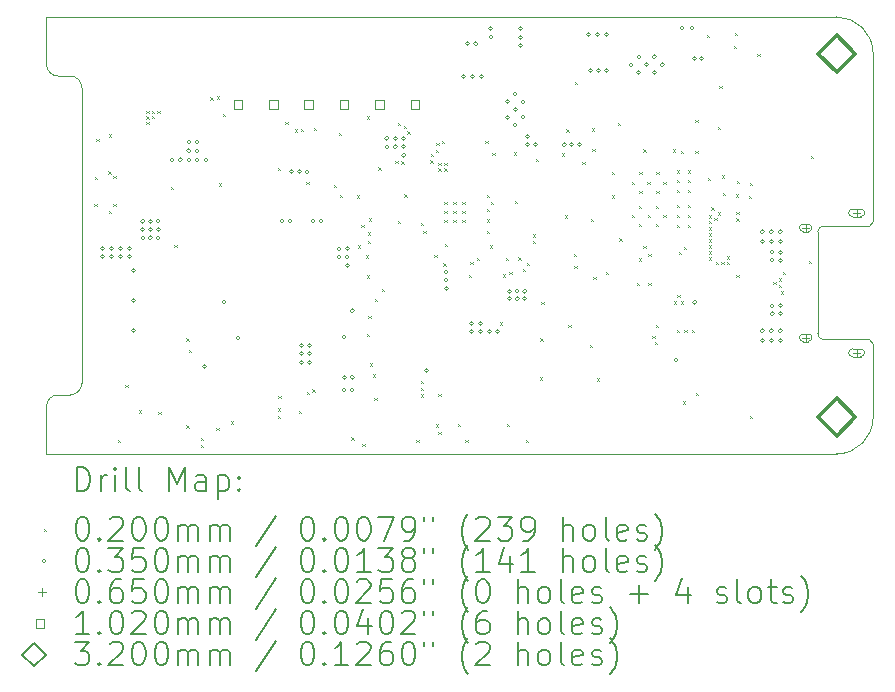
<source format=gbr>
%TF.GenerationSoftware,KiCad,Pcbnew,8.0.3*%
%TF.CreationDate,2024-09-21T22:38:25+02:00*%
%TF.ProjectId,Battery_pack,42617474-6572-4795-9f70-61636b2e6b69,1.0*%
%TF.SameCoordinates,Original*%
%TF.FileFunction,Drillmap*%
%TF.FilePolarity,Positive*%
%FSLAX45Y45*%
G04 Gerber Fmt 4.5, Leading zero omitted, Abs format (unit mm)*
G04 Created by KiCad (PCBNEW 8.0.3) date 2024-09-21 22:38:25*
%MOMM*%
%LPD*%
G01*
G04 APERTURE LIST*
%ADD10C,0.050000*%
%ADD11C,0.200000*%
%ADD12C,0.100000*%
%ADD13C,0.102000*%
%ADD14C,0.320000*%
G04 APERTURE END LIST*
D10*
X10300000Y-12950000D02*
X10300000Y-13350000D01*
X17300000Y-9960000D02*
X17300000Y-11381000D01*
X16990000Y-9650000D02*
G75*
G02*
X17300000Y-9960000I0J-310000D01*
G01*
X10500000Y-12850000D02*
X10400000Y-12850000D01*
X10400000Y-10150000D02*
G75*
G02*
X10300000Y-10050000I0J100000D01*
G01*
X10400000Y-10150000D02*
X10500000Y-10150000D01*
X10600000Y-12750000D02*
G75*
G02*
X10500000Y-12850000I-100000J0D01*
G01*
X10600000Y-10250000D02*
X10600000Y-12750000D01*
X10300000Y-12950000D02*
G75*
G02*
X10400000Y-12850000I100000J0D01*
G01*
X17300000Y-13040000D02*
X17300000Y-12421000D01*
X17300000Y-13040000D02*
G75*
G02*
X16990000Y-13350000I-310000J0D01*
G01*
X10300000Y-13350000D02*
X16990000Y-13350000D01*
X16990000Y-9650000D02*
X10300000Y-9650000D01*
X10300000Y-9650000D02*
X10300000Y-10050000D01*
X10500000Y-10150000D02*
G75*
G02*
X10600000Y-10250000I0J-100000D01*
G01*
X16830020Y-12331000D02*
X16830000Y-11471000D01*
X16880000Y-11421000D02*
X17261000Y-11421200D01*
X17260560Y-12380800D02*
X16880000Y-12381000D01*
X17260560Y-12380800D02*
X17300000Y-12421000D01*
X17261000Y-11421200D02*
X17300000Y-11381200D01*
X16830000Y-11471000D02*
G75*
G02*
X16880000Y-11421000I50000J0D01*
G01*
X16880000Y-12381000D02*
G75*
G02*
X16830000Y-12331000I0J50000D01*
G01*
D11*
D12*
X10704220Y-11230730D02*
X10724220Y-11250730D01*
X10724220Y-11230730D02*
X10704220Y-11250730D01*
X10711340Y-11005980D02*
X10731340Y-11025980D01*
X10731340Y-11005980D02*
X10711340Y-11025980D01*
X10724040Y-10683400D02*
X10744040Y-10703400D01*
X10744040Y-10683400D02*
X10724040Y-10703400D01*
X10825640Y-10957720D02*
X10845640Y-10977720D01*
X10845640Y-10957720D02*
X10825640Y-10977720D01*
X10828180Y-10642760D02*
X10848180Y-10662760D01*
X10848180Y-10642760D02*
X10828180Y-10662760D01*
X10830720Y-11290460D02*
X10850720Y-11310460D01*
X10850720Y-11290460D02*
X10830720Y-11310460D01*
X10866280Y-10993280D02*
X10886280Y-11013280D01*
X10886280Y-10993280D02*
X10866280Y-11013280D01*
X10866280Y-11232040D02*
X10886280Y-11252040D01*
X10886280Y-11232040D02*
X10866280Y-11252040D01*
X10906920Y-13228480D02*
X10926920Y-13248480D01*
X10926920Y-13228480D02*
X10906920Y-13248480D01*
X10967880Y-12766200D02*
X10987880Y-12786200D01*
X10987880Y-12766200D02*
X10967880Y-12786200D01*
X11084720Y-12979560D02*
X11104720Y-12999560D01*
X11104720Y-12979560D02*
X11084720Y-12999560D01*
X11145680Y-10444640D02*
X11165680Y-10464640D01*
X11165680Y-10444640D02*
X11145680Y-10464640D01*
X11145680Y-10490360D02*
X11165680Y-10510360D01*
X11165680Y-10490360D02*
X11145680Y-10510360D01*
X11145680Y-10536080D02*
X11165680Y-10556080D01*
X11165680Y-10536080D02*
X11145680Y-10556080D01*
X11191400Y-10444640D02*
X11211400Y-10464640D01*
X11211400Y-10444640D02*
X11191400Y-10464640D01*
X11191400Y-10487820D02*
X11211400Y-10507820D01*
X11211400Y-10487820D02*
X11191400Y-10507820D01*
X11239660Y-10444640D02*
X11259660Y-10464640D01*
X11259660Y-10444640D02*
X11239660Y-10464640D01*
X11247280Y-12994800D02*
X11267280Y-13014800D01*
X11267280Y-12994800D02*
X11247280Y-13014800D01*
X11353960Y-11089800D02*
X11373960Y-11109800D01*
X11373960Y-11089800D02*
X11353960Y-11109800D01*
X11381900Y-11577480D02*
X11401900Y-11597480D01*
X11401900Y-11577480D02*
X11381900Y-11597480D01*
X11486040Y-12369960D02*
X11506040Y-12389960D01*
X11506040Y-12369960D02*
X11486040Y-12389960D01*
X11486040Y-13106560D02*
X11506040Y-13126560D01*
X11506040Y-13106560D02*
X11486040Y-13126560D01*
X11506360Y-12466480D02*
X11526360Y-12486480D01*
X11526360Y-12466480D02*
X11506360Y-12486480D01*
X11607960Y-13272500D02*
X11627960Y-13292500D01*
X11627960Y-13272500D02*
X11607960Y-13292500D01*
X11609306Y-13214586D02*
X11629306Y-13234586D01*
X11629306Y-13214586D02*
X11609306Y-13234586D01*
X11686700Y-10330340D02*
X11706700Y-10350340D01*
X11706700Y-10330340D02*
X11686700Y-10350340D01*
X11737742Y-13129178D02*
X11757742Y-13149178D01*
X11757742Y-13129178D02*
X11737742Y-13149178D01*
X11740656Y-10321509D02*
X11760656Y-10341509D01*
X11760656Y-10321509D02*
X11740656Y-10341509D01*
X11760360Y-11059320D02*
X11780360Y-11079320D01*
X11780360Y-11059320D02*
X11760360Y-11079320D01*
X11793380Y-10470040D02*
X11813380Y-10490040D01*
X11813380Y-10470040D02*
X11793380Y-10490040D01*
X11861960Y-13073298D02*
X11881960Y-13093298D01*
X11881960Y-13073298D02*
X11861960Y-13093298D01*
X12258200Y-10927240D02*
X12278200Y-10947240D01*
X12278200Y-10927240D02*
X12258200Y-10947240D01*
X12258200Y-12964320D02*
X12278200Y-12984320D01*
X12278200Y-12964320D02*
X12258200Y-12984320D01*
X12258200Y-13025280D02*
X12278200Y-13045280D01*
X12278200Y-13025280D02*
X12258200Y-13045280D01*
X12263280Y-12857640D02*
X12283280Y-12877640D01*
X12283280Y-12857640D02*
X12263280Y-12877640D01*
X12321700Y-10538620D02*
X12341700Y-10558620D01*
X12341700Y-10538620D02*
X12321700Y-10558620D01*
X12405520Y-10602120D02*
X12425520Y-10622120D01*
X12425520Y-10602120D02*
X12405520Y-10622120D01*
X12438540Y-12984640D02*
X12458540Y-13004640D01*
X12458540Y-12984640D02*
X12438540Y-13004640D01*
X12456320Y-10597040D02*
X12476320Y-10617040D01*
X12476320Y-10597040D02*
X12456320Y-10617040D01*
X12502040Y-11044080D02*
X12522040Y-11064080D01*
X12522040Y-11044080D02*
X12502040Y-11064080D01*
X12504580Y-12822080D02*
X12524580Y-12842080D01*
X12524580Y-12822080D02*
X12504580Y-12842080D01*
X12550300Y-12804300D02*
X12570300Y-12824300D01*
X12570300Y-12804300D02*
X12550300Y-12824300D01*
X12563000Y-10586880D02*
X12583000Y-10606880D01*
X12583000Y-10586880D02*
X12563000Y-10606880D01*
X12735720Y-11069480D02*
X12755720Y-11089480D01*
X12755720Y-11069480D02*
X12735720Y-11089480D01*
X12773630Y-10632600D02*
X12793630Y-10652600D01*
X12793630Y-10632600D02*
X12773630Y-10652600D01*
X12786520Y-11155840D02*
X12806520Y-11175840D01*
X12806520Y-11155840D02*
X12786520Y-11175840D01*
X12880500Y-13208160D02*
X12900500Y-13228160D01*
X12900500Y-13208160D02*
X12880500Y-13228160D01*
X12928760Y-11160920D02*
X12948760Y-11180920D01*
X12948760Y-11160920D02*
X12928760Y-11180920D01*
X12938920Y-11585100D02*
X12958920Y-11605100D01*
X12958920Y-11585100D02*
X12938920Y-11605100D01*
X12966860Y-11409840D02*
X12986860Y-11429840D01*
X12986860Y-11409840D02*
X12966860Y-11429840D01*
X12974480Y-13264040D02*
X12994480Y-13284040D01*
X12994480Y-13264040D02*
X12974480Y-13284040D01*
X13004960Y-11668920D02*
X13024960Y-11688920D01*
X13024960Y-11668920D02*
X13004960Y-11688920D01*
X13012580Y-12331860D02*
X13032580Y-12351860D01*
X13032580Y-12331860D02*
X13012580Y-12351860D01*
X13015120Y-10492900D02*
X13035120Y-10512900D01*
X13035120Y-10492900D02*
X13015120Y-10512900D01*
X13015120Y-11839100D02*
X13035120Y-11859100D01*
X13035120Y-11839100D02*
X13015120Y-11859100D01*
X13022740Y-11473340D02*
X13042740Y-11493340D01*
X13042740Y-11473340D02*
X13022740Y-11493340D01*
X13022740Y-11544460D02*
X13042740Y-11564460D01*
X13042740Y-11544460D02*
X13022740Y-11564460D01*
X13025280Y-12182000D02*
X13045280Y-12202000D01*
X13045280Y-12182000D02*
X13025280Y-12202000D01*
X13027920Y-11356600D02*
X13047920Y-11376600D01*
X13047920Y-11356600D02*
X13027920Y-11376600D01*
X13037980Y-12583320D02*
X13057980Y-12603320D01*
X13057980Y-12583320D02*
X13037980Y-12603320D01*
X13065920Y-12677300D02*
X13085920Y-12697300D01*
X13085920Y-12677300D02*
X13065920Y-12697300D01*
X13076080Y-12875840D02*
X13096080Y-12895840D01*
X13096080Y-12875840D02*
X13076080Y-12895840D01*
X13078620Y-12037220D02*
X13098620Y-12057220D01*
X13098620Y-12037220D02*
X13078620Y-12057220D01*
X13111640Y-10922160D02*
X13131640Y-10942160D01*
X13131640Y-10922160D02*
X13111640Y-10942160D01*
X13139580Y-11950860D02*
X13159580Y-11970860D01*
X13159580Y-11950860D02*
X13139580Y-11970860D01*
X13253880Y-10866280D02*
X13273880Y-10886280D01*
X13273880Y-10866280D02*
X13253880Y-10886280D01*
X13274200Y-10546240D02*
X13294200Y-10566240D01*
X13294200Y-10546240D02*
X13274200Y-10566240D01*
X13274200Y-11374280D02*
X13294200Y-11394280D01*
X13294200Y-11374280D02*
X13274200Y-11394280D01*
X13304680Y-10871360D02*
X13324680Y-10891360D01*
X13324680Y-10871360D02*
X13304680Y-10891360D01*
X13325000Y-10571640D02*
X13345000Y-10591640D01*
X13345000Y-10571640D02*
X13325000Y-10591640D01*
X13330080Y-11153300D02*
X13350080Y-11173300D01*
X13350080Y-11153300D02*
X13330080Y-11173300D01*
X13355480Y-10617360D02*
X13375480Y-10637360D01*
X13375480Y-10617360D02*
X13355480Y-10637360D01*
X13431680Y-13228480D02*
X13451680Y-13248480D01*
X13451680Y-13228480D02*
X13431680Y-13248480D01*
X13469780Y-12730640D02*
X13489780Y-12750640D01*
X13489780Y-12730640D02*
X13469780Y-12750640D01*
X13469780Y-12789060D02*
X13489780Y-12809060D01*
X13489780Y-12789060D02*
X13469780Y-12809060D01*
X13469780Y-12844940D02*
X13489780Y-12864940D01*
X13489780Y-12844940D02*
X13469780Y-12864940D01*
X13472320Y-11394600D02*
X13492320Y-11414600D01*
X13492320Y-11394600D02*
X13472320Y-11414600D01*
X13492640Y-11460640D02*
X13512640Y-11480640D01*
X13512640Y-11460640D02*
X13492640Y-11480640D01*
X13551060Y-10863740D02*
X13571060Y-10883740D01*
X13571060Y-10863740D02*
X13551060Y-10883740D01*
X13553600Y-10807860D02*
X13573600Y-10827860D01*
X13573600Y-10807860D02*
X13553600Y-10827860D01*
X13584080Y-11663840D02*
X13604080Y-11683840D01*
X13604080Y-11663840D02*
X13584080Y-11683840D01*
X13599320Y-10774840D02*
X13619320Y-10794840D01*
X13619320Y-10774840D02*
X13599320Y-10794840D01*
X13599320Y-13098520D02*
X13619320Y-13118520D01*
X13619320Y-13098520D02*
X13599320Y-13118520D01*
X13601860Y-10716420D02*
X13621860Y-10736420D01*
X13621860Y-10716420D02*
X13601860Y-10736420D01*
X13617100Y-12839860D02*
X13637100Y-12859860D01*
X13637100Y-12839860D02*
X13617100Y-12859860D01*
X13619640Y-10886600D02*
X13639640Y-10906600D01*
X13639640Y-10886600D02*
X13619640Y-10906600D01*
X13619640Y-10932320D02*
X13639640Y-10952320D01*
X13639640Y-10932320D02*
X13619640Y-10952320D01*
X13619640Y-13164980D02*
X13639640Y-13184980D01*
X13639640Y-13164980D02*
X13619640Y-13184980D01*
X13645378Y-10697381D02*
X13665378Y-10717381D01*
X13665378Y-10697381D02*
X13645378Y-10717381D01*
X13660280Y-11734960D02*
X13680280Y-11754960D01*
X13680280Y-11734960D02*
X13660280Y-11754960D01*
X13670440Y-10886600D02*
X13690440Y-10906600D01*
X13690440Y-10886600D02*
X13670440Y-10906600D01*
X13670440Y-10932320D02*
X13690440Y-10952320D01*
X13690440Y-10932320D02*
X13670440Y-10952320D01*
X13670440Y-11216800D02*
X13690440Y-11236800D01*
X13690440Y-11216800D02*
X13670440Y-11236800D01*
X13670440Y-11293000D02*
X13690440Y-11313000D01*
X13690440Y-11293000D02*
X13670440Y-11313000D01*
X13670440Y-11369200D02*
X13690440Y-11389200D01*
X13690440Y-11369200D02*
X13670440Y-11389200D01*
X13675520Y-11572400D02*
X13695520Y-11592400D01*
X13695520Y-11572400D02*
X13675520Y-11592400D01*
X13746640Y-11216800D02*
X13766640Y-11236800D01*
X13766640Y-11216800D02*
X13746640Y-11236800D01*
X13746640Y-11293000D02*
X13766640Y-11313000D01*
X13766640Y-11293000D02*
X13746640Y-11313000D01*
X13746640Y-11369200D02*
X13766640Y-11389200D01*
X13766640Y-11369200D02*
X13746640Y-11389200D01*
X13782200Y-13096400D02*
X13802200Y-13116400D01*
X13802200Y-13096400D02*
X13782200Y-13116400D01*
X13822840Y-11293000D02*
X13842840Y-11313000D01*
X13842840Y-11293000D02*
X13822840Y-11313000D01*
X13822840Y-11369200D02*
X13842840Y-11389200D01*
X13842840Y-11369200D02*
X13822840Y-11389200D01*
X13822840Y-11216800D02*
X13842840Y-11236800D01*
X13842840Y-11216800D02*
X13822840Y-11236800D01*
X13848240Y-13228480D02*
X13868240Y-13248480D01*
X13868240Y-13228480D02*
X13848240Y-13248480D01*
X13878720Y-11831480D02*
X13898720Y-11851480D01*
X13898720Y-11831480D02*
X13878720Y-11851480D01*
X13888880Y-11724800D02*
X13908880Y-11744800D01*
X13908880Y-11724800D02*
X13888880Y-11744800D01*
X13944760Y-11689240D02*
X13964760Y-11709240D01*
X13964760Y-11689240D02*
X13944760Y-11709240D01*
X14015880Y-10698640D02*
X14035880Y-10718640D01*
X14035880Y-10698640D02*
X14015880Y-10718640D01*
X14031120Y-11155840D02*
X14051120Y-11175840D01*
X14051120Y-11155840D02*
X14031120Y-11175840D01*
X14031120Y-11272680D02*
X14051120Y-11292680D01*
X14051120Y-11272680D02*
X14031120Y-11292680D01*
X14031120Y-11364120D02*
X14051120Y-11384120D01*
X14051120Y-11364120D02*
X14031120Y-11384120D01*
X14031120Y-11460640D02*
X14051120Y-11480640D01*
X14051120Y-11460640D02*
X14031120Y-11480640D01*
X14051538Y-11582462D02*
X14071538Y-11602462D01*
X14071538Y-11582462D02*
X14051538Y-11602462D01*
X14061600Y-11218000D02*
X14081600Y-11238000D01*
X14081600Y-11218000D02*
X14061600Y-11238000D01*
X14075360Y-10801320D02*
X14095360Y-10821320D01*
X14095360Y-10801320D02*
X14075360Y-10821320D01*
X14140340Y-12235340D02*
X14160340Y-12255340D01*
X14160340Y-12235340D02*
X14140340Y-12255340D01*
X14165480Y-11828480D02*
X14185480Y-11848480D01*
X14185480Y-11828480D02*
X14165480Y-11848480D01*
X14188600Y-11689240D02*
X14208600Y-11709240D01*
X14208600Y-11689240D02*
X14188600Y-11709240D01*
X14198760Y-13096400D02*
X14218760Y-13116400D01*
X14218760Y-13096400D02*
X14198760Y-13116400D01*
X14219080Y-11806080D02*
X14239080Y-11826080D01*
X14239080Y-11806080D02*
X14219080Y-11826080D01*
X14259720Y-10795160D02*
X14279720Y-10815160D01*
X14279720Y-10795160D02*
X14259720Y-10815160D01*
X14265962Y-11205478D02*
X14285962Y-11225478D01*
X14285962Y-11205478D02*
X14265962Y-11225478D01*
X14295280Y-11684700D02*
X14315280Y-11704700D01*
X14315280Y-11684700D02*
X14295280Y-11704700D01*
X14335920Y-11780680D02*
X14355920Y-11800680D01*
X14355920Y-11780680D02*
X14335920Y-11800680D01*
X14361320Y-13228480D02*
X14381320Y-13248480D01*
X14381320Y-13228480D02*
X14361320Y-13248480D01*
X14366400Y-11729880D02*
X14386400Y-11749880D01*
X14386400Y-11729880D02*
X14366400Y-11749880D01*
X14417200Y-11491120D02*
X14437200Y-11511120D01*
X14437200Y-11491120D02*
X14417200Y-11511120D01*
X14419740Y-11544460D02*
X14439740Y-11564460D01*
X14439740Y-11544460D02*
X14419740Y-11564460D01*
X14445140Y-10853580D02*
X14465140Y-10873580D01*
X14465140Y-10853580D02*
X14445140Y-10873580D01*
X14478160Y-12702700D02*
X14498160Y-12722700D01*
X14498160Y-12702700D02*
X14478160Y-12722700D01*
X14482020Y-12369960D02*
X14502020Y-12389960D01*
X14502020Y-12369960D02*
X14482020Y-12389960D01*
X14488910Y-12060710D02*
X14508910Y-12080710D01*
X14508910Y-12060710D02*
X14488910Y-12080710D01*
X14663580Y-10805320D02*
X14683580Y-10825320D01*
X14683580Y-10805320D02*
X14663580Y-10825320D01*
X14688980Y-11331100D02*
X14708980Y-11351100D01*
X14708980Y-11331100D02*
X14688980Y-11351100D01*
X14701680Y-10602120D02*
X14721680Y-10622120D01*
X14721680Y-10602120D02*
X14701680Y-10622120D01*
X14717510Y-12258830D02*
X14737510Y-12278830D01*
X14737510Y-12258830D02*
X14717510Y-12278830D01*
X14767720Y-11653680D02*
X14787720Y-11673680D01*
X14787720Y-11653680D02*
X14767720Y-11673680D01*
X14770260Y-11757820D02*
X14790260Y-11777820D01*
X14790260Y-11757820D02*
X14770260Y-11777820D01*
X14772800Y-10200800D02*
X14792800Y-10220800D01*
X14792800Y-10200800D02*
X14772800Y-10220800D01*
X14838840Y-10876440D02*
X14858840Y-10896440D01*
X14858840Y-10876440D02*
X14838840Y-10896440D01*
X14899800Y-12425840D02*
X14919800Y-12445840D01*
X14919800Y-12425840D02*
X14899800Y-12445840D01*
X14907420Y-11361580D02*
X14927420Y-11381580D01*
X14927420Y-11361580D02*
X14907420Y-11381580D01*
X14920120Y-10591960D02*
X14940120Y-10611960D01*
X14940120Y-10591960D02*
X14920120Y-10611960D01*
X14922660Y-10764680D02*
X14942660Y-10784680D01*
X14942660Y-10764680D02*
X14922660Y-10784680D01*
X14930280Y-11851800D02*
X14950280Y-11871800D01*
X14950280Y-11851800D02*
X14930280Y-11871800D01*
X14960760Y-12710320D02*
X14980760Y-12730320D01*
X14980760Y-12710320D02*
X14960760Y-12730320D01*
X15036960Y-11808620D02*
X15056960Y-11828620D01*
X15056960Y-11808620D02*
X15036960Y-11828620D01*
X15087760Y-10962800D02*
X15107760Y-10982800D01*
X15107760Y-10962800D02*
X15087760Y-10982800D01*
X15087760Y-11160920D02*
X15107760Y-11180920D01*
X15107760Y-11160920D02*
X15087760Y-11180920D01*
X15137280Y-10547200D02*
X15157280Y-10567200D01*
X15157280Y-10547200D02*
X15137280Y-10567200D01*
X15151260Y-11524140D02*
X15171260Y-11544140D01*
X15171260Y-11524140D02*
X15151260Y-11544140D01*
X15255400Y-11044080D02*
X15275400Y-11064080D01*
X15275400Y-11044080D02*
X15255400Y-11064080D01*
X15255400Y-11323480D02*
X15275400Y-11343480D01*
X15275400Y-11323480D02*
X15255400Y-11343480D01*
X15301120Y-11902600D02*
X15321120Y-11922600D01*
X15321120Y-11902600D02*
X15301120Y-11922600D01*
X15314010Y-11694320D02*
X15334010Y-11714320D01*
X15334010Y-11694320D02*
X15314010Y-11714320D01*
X15316360Y-11247280D02*
X15336360Y-11267280D01*
X15336360Y-11247280D02*
X15316360Y-11267280D01*
X15316360Y-11399680D02*
X15336360Y-11419680D01*
X15336360Y-11399680D02*
X15316360Y-11419680D01*
X15321440Y-10962800D02*
X15341440Y-10982800D01*
X15341440Y-10962800D02*
X15321440Y-10982800D01*
X15321440Y-11120280D02*
X15341440Y-11140280D01*
X15341440Y-11120280D02*
X15321440Y-11140280D01*
X15354010Y-10769760D02*
X15374010Y-10789760D01*
X15374010Y-10769760D02*
X15354010Y-10789760D01*
X15354010Y-11587640D02*
X15374010Y-11607640D01*
X15374010Y-11587640D02*
X15354010Y-11607640D01*
X15387480Y-11044080D02*
X15407480Y-11064080D01*
X15407480Y-11044080D02*
X15387480Y-11064080D01*
X15392560Y-11323480D02*
X15412560Y-11343480D01*
X15412560Y-11323480D02*
X15392560Y-11343480D01*
X15397640Y-11653680D02*
X15417640Y-11673680D01*
X15417640Y-11653680D02*
X15397640Y-11673680D01*
X15397640Y-11902600D02*
X15417640Y-11922600D01*
X15417640Y-11902600D02*
X15397640Y-11922600D01*
X15430810Y-12347435D02*
X15450810Y-12367435D01*
X15450810Y-12347435D02*
X15430810Y-12367435D01*
X15451130Y-12399675D02*
X15471130Y-12419675D01*
X15471130Y-12399675D02*
X15451130Y-12419675D01*
X15458600Y-11247280D02*
X15478600Y-11267280D01*
X15478600Y-11247280D02*
X15458600Y-11267280D01*
X15458600Y-11399680D02*
X15478600Y-11419680D01*
X15478600Y-11399680D02*
X15458600Y-11419680D01*
X15461140Y-12258200D02*
X15481140Y-12278200D01*
X15481140Y-12258200D02*
X15461140Y-12278200D01*
X15463680Y-10962800D02*
X15483680Y-10982800D01*
X15483680Y-10962800D02*
X15463680Y-10982800D01*
X15463680Y-11120280D02*
X15483680Y-11140280D01*
X15483680Y-11120280D02*
X15463680Y-11140280D01*
X15524640Y-11044080D02*
X15544640Y-11064080D01*
X15544640Y-11044080D02*
X15524640Y-11064080D01*
X15524640Y-11323480D02*
X15544640Y-11343480D01*
X15544640Y-11323480D02*
X15524640Y-11343480D01*
X15603380Y-10772300D02*
X15623380Y-10792300D01*
X15623380Y-10772300D02*
X15603380Y-10792300D01*
X15613841Y-12057820D02*
X15633841Y-12077820D01*
X15633841Y-12057820D02*
X15613841Y-12077820D01*
X15636400Y-10947560D02*
X15656400Y-10967560D01*
X15656400Y-10947560D02*
X15636400Y-10967560D01*
X15636400Y-11028840D02*
X15656400Y-11048840D01*
X15656400Y-11028840D02*
X15636400Y-11048840D01*
X15636400Y-11115200D02*
X15656400Y-11135200D01*
X15656400Y-11115200D02*
X15636400Y-11135200D01*
X15636400Y-11242200D02*
X15656400Y-11262200D01*
X15656400Y-11242200D02*
X15636400Y-11262200D01*
X15636400Y-11323480D02*
X15656400Y-11343480D01*
X15656400Y-11323480D02*
X15636400Y-11343480D01*
X15636400Y-11409840D02*
X15656400Y-11429840D01*
X15656400Y-11409840D02*
X15636400Y-11429840D01*
X15636400Y-12298840D02*
X15656400Y-12318840D01*
X15656400Y-12298840D02*
X15636400Y-12318840D01*
X15641104Y-12003486D02*
X15661104Y-12023486D01*
X15661104Y-12003486D02*
X15641104Y-12023486D01*
X15656720Y-11638440D02*
X15676720Y-11658440D01*
X15676720Y-11638440D02*
X15656720Y-11658440D01*
X15669161Y-12057820D02*
X15689161Y-12077820D01*
X15689161Y-12057820D02*
X15669161Y-12077820D01*
X15674010Y-10785000D02*
X15694010Y-10805000D01*
X15694010Y-10785000D02*
X15674010Y-10805000D01*
X15689740Y-12905900D02*
X15709740Y-12925900D01*
X15709740Y-12905900D02*
X15689740Y-12925900D01*
X15697360Y-11597800D02*
X15717360Y-11617800D01*
X15717360Y-11597800D02*
X15697360Y-11617800D01*
X15702440Y-12298840D02*
X15722440Y-12318840D01*
X15722440Y-12298840D02*
X15702440Y-12318840D01*
X15732920Y-10947560D02*
X15752920Y-10967560D01*
X15752920Y-10947560D02*
X15732920Y-10967560D01*
X15732920Y-11028840D02*
X15752920Y-11048840D01*
X15752920Y-11028840D02*
X15732920Y-11048840D01*
X15732920Y-11115200D02*
X15752920Y-11135200D01*
X15752920Y-11115200D02*
X15732920Y-11135200D01*
X15732920Y-11242200D02*
X15752920Y-11262200D01*
X15752920Y-11242200D02*
X15732920Y-11262200D01*
X15732920Y-11323480D02*
X15752920Y-11343480D01*
X15752920Y-11323480D02*
X15732920Y-11343480D01*
X15732920Y-11409840D02*
X15752920Y-11429840D01*
X15752920Y-11409840D02*
X15732920Y-11429840D01*
X15763400Y-12298840D02*
X15783400Y-12318840D01*
X15783400Y-12298840D02*
X15763400Y-12318840D01*
X15793880Y-10523380D02*
X15813880Y-10543380D01*
X15813880Y-10523380D02*
X15793880Y-10543380D01*
X15793880Y-10782460D02*
X15813880Y-10802460D01*
X15813880Y-10782460D02*
X15793880Y-10802460D01*
X15798960Y-12832240D02*
X15818960Y-12852240D01*
X15818960Y-12832240D02*
X15798960Y-12852240D01*
X15891794Y-9801795D02*
X15911794Y-9821795D01*
X15911794Y-9801795D02*
X15891794Y-9821795D01*
X15900000Y-11010000D02*
X15920000Y-11030000D01*
X15920000Y-11010000D02*
X15900000Y-11030000D01*
X15910720Y-11328560D02*
X15930720Y-11348560D01*
X15930720Y-11328560D02*
X15910720Y-11348560D01*
X15910720Y-11376060D02*
X15930720Y-11396060D01*
X15930720Y-11376060D02*
X15910720Y-11396060D01*
X15910720Y-11430160D02*
X15930720Y-11450160D01*
X15930720Y-11430160D02*
X15910720Y-11450160D01*
X15910720Y-11480960D02*
X15930720Y-11500960D01*
X15930720Y-11480960D02*
X15910720Y-11500960D01*
X15910720Y-11531760D02*
X15930720Y-11551760D01*
X15930720Y-11531760D02*
X15910720Y-11551760D01*
X15910720Y-11582560D02*
X15930720Y-11602560D01*
X15930720Y-11582560D02*
X15910720Y-11602560D01*
X15910720Y-11633360D02*
X15930720Y-11653360D01*
X15930720Y-11633360D02*
X15910720Y-11653360D01*
X15910720Y-11684160D02*
X15930720Y-11704160D01*
X15930720Y-11684160D02*
X15910720Y-11704160D01*
X15931040Y-11262520D02*
X15951040Y-11282520D01*
X15951040Y-11262520D02*
X15931040Y-11282520D01*
X15956440Y-11348880D02*
X15976440Y-11368880D01*
X15976440Y-11348880D02*
X15956440Y-11368880D01*
X15966600Y-11724800D02*
X15986600Y-11744800D01*
X15986600Y-11724800D02*
X15966600Y-11744800D01*
X15984380Y-10579260D02*
X16004380Y-10599260D01*
X16004380Y-10579260D02*
X15984380Y-10599260D01*
X15986920Y-11303160D02*
X16006920Y-11323160D01*
X16006920Y-11303160D02*
X15986920Y-11323160D01*
X15997080Y-10232770D02*
X16017080Y-10252770D01*
X16017080Y-10232770D02*
X15997080Y-10252770D01*
X16014860Y-11724800D02*
X16034860Y-11744800D01*
X16034860Y-11724800D02*
X16014860Y-11744800D01*
X16019940Y-10990740D02*
X16039940Y-11010740D01*
X16039940Y-10990740D02*
X16019940Y-11010740D01*
X16027918Y-11140242D02*
X16047918Y-11160242D01*
X16047918Y-11140242D02*
X16027918Y-11160242D01*
X16063120Y-11676540D02*
X16083120Y-11696540D01*
X16083120Y-11676540D02*
X16063120Y-11696540D01*
X16063120Y-11724800D02*
X16083120Y-11744800D01*
X16083120Y-11724800D02*
X16063120Y-11744800D01*
X16118248Y-9896752D02*
X16138248Y-9916752D01*
X16138248Y-9896752D02*
X16118248Y-9916752D01*
X16129955Y-9782650D02*
X16149955Y-9802650D01*
X16149955Y-9782650D02*
X16129955Y-9802650D01*
X16136780Y-11153300D02*
X16156780Y-11173300D01*
X16156780Y-11153300D02*
X16136780Y-11173300D01*
X16141860Y-11300620D02*
X16161860Y-11320620D01*
X16161860Y-11300620D02*
X16141860Y-11320620D01*
X16141860Y-11356500D02*
X16161860Y-11376500D01*
X16161860Y-11356500D02*
X16141860Y-11376500D01*
X16141860Y-11831480D02*
X16161860Y-11851480D01*
X16161860Y-11831480D02*
X16141860Y-11851480D01*
X16144400Y-11036460D02*
X16164400Y-11056460D01*
X16164400Y-11036460D02*
X16144400Y-11056460D01*
X16246000Y-11166000D02*
X16266000Y-11186000D01*
X16266000Y-11166000D02*
X16246000Y-11186000D01*
X16253620Y-13027820D02*
X16273620Y-13047820D01*
X16273620Y-13027820D02*
X16253620Y-13047820D01*
X16256160Y-11054240D02*
X16276160Y-11074240D01*
X16276160Y-11054240D02*
X16256160Y-11074240D01*
X16320000Y-9960000D02*
X16340000Y-9980000D01*
X16340000Y-9960000D02*
X16320000Y-9980000D01*
X16455346Y-11890774D02*
X16475346Y-11910774D01*
X16475346Y-11890774D02*
X16455346Y-11910774D01*
X16503694Y-11862340D02*
X16523694Y-11882340D01*
X16523694Y-11862340D02*
X16503694Y-11882340D01*
X16503694Y-11917660D02*
X16523694Y-11937660D01*
X16523694Y-11917660D02*
X16503694Y-11937660D01*
X16516278Y-11974603D02*
X16536278Y-11994603D01*
X16536278Y-11974603D02*
X16516278Y-11994603D01*
X16533170Y-11807855D02*
X16553170Y-11827855D01*
X16553170Y-11807855D02*
X16533170Y-11827855D01*
X16752746Y-11716415D02*
X16772746Y-11736415D01*
X16772746Y-11716415D02*
X16752746Y-11736415D01*
X16774310Y-10825690D02*
X16794310Y-10845690D01*
X16794310Y-10825690D02*
X16774310Y-10845690D01*
X10792180Y-11612880D02*
G75*
G02*
X10757180Y-11612880I-17500J0D01*
G01*
X10757180Y-11612880D02*
G75*
G02*
X10792180Y-11612880I17500J0D01*
G01*
X10792180Y-11678920D02*
G75*
G02*
X10757180Y-11678920I-17500J0D01*
G01*
X10757180Y-11678920D02*
G75*
G02*
X10792180Y-11678920I17500J0D01*
G01*
X10868380Y-11612880D02*
G75*
G02*
X10833380Y-11612880I-17500J0D01*
G01*
X10833380Y-11612880D02*
G75*
G02*
X10868380Y-11612880I17500J0D01*
G01*
X10868380Y-11678920D02*
G75*
G02*
X10833380Y-11678920I-17500J0D01*
G01*
X10833380Y-11678920D02*
G75*
G02*
X10868380Y-11678920I17500J0D01*
G01*
X10944580Y-11612880D02*
G75*
G02*
X10909580Y-11612880I-17500J0D01*
G01*
X10909580Y-11612880D02*
G75*
G02*
X10944580Y-11612880I17500J0D01*
G01*
X10944580Y-11678920D02*
G75*
G02*
X10909580Y-11678920I-17500J0D01*
G01*
X10909580Y-11678920D02*
G75*
G02*
X10944580Y-11678920I17500J0D01*
G01*
X11020780Y-11612880D02*
G75*
G02*
X10985780Y-11612880I-17500J0D01*
G01*
X10985780Y-11612880D02*
G75*
G02*
X11020780Y-11612880I17500J0D01*
G01*
X11020780Y-11678920D02*
G75*
G02*
X10985780Y-11678920I-17500J0D01*
G01*
X10985780Y-11678920D02*
G75*
G02*
X11020780Y-11678920I17500J0D01*
G01*
X11053520Y-11798020D02*
G75*
G02*
X11018520Y-11798020I-17500J0D01*
G01*
X11018520Y-11798020D02*
G75*
G02*
X11053520Y-11798020I17500J0D01*
G01*
X11053520Y-12052020D02*
G75*
G02*
X11018520Y-12052020I-17500J0D01*
G01*
X11018520Y-12052020D02*
G75*
G02*
X11053520Y-12052020I17500J0D01*
G01*
X11053520Y-12306020D02*
G75*
G02*
X11018520Y-12306020I-17500J0D01*
G01*
X11018520Y-12306020D02*
G75*
G02*
X11053520Y-12306020I17500J0D01*
G01*
X11132540Y-11379200D02*
G75*
G02*
X11097540Y-11379200I-17500J0D01*
G01*
X11097540Y-11379200D02*
G75*
G02*
X11132540Y-11379200I17500J0D01*
G01*
X11132540Y-11450320D02*
G75*
G02*
X11097540Y-11450320I-17500J0D01*
G01*
X11097540Y-11450320D02*
G75*
G02*
X11132540Y-11450320I17500J0D01*
G01*
X11132540Y-11521440D02*
G75*
G02*
X11097540Y-11521440I-17500J0D01*
G01*
X11097540Y-11521440D02*
G75*
G02*
X11132540Y-11521440I17500J0D01*
G01*
X11198580Y-11379200D02*
G75*
G02*
X11163580Y-11379200I-17500J0D01*
G01*
X11163580Y-11379200D02*
G75*
G02*
X11198580Y-11379200I17500J0D01*
G01*
X11198580Y-11450320D02*
G75*
G02*
X11163580Y-11450320I-17500J0D01*
G01*
X11163580Y-11450320D02*
G75*
G02*
X11198580Y-11450320I17500J0D01*
G01*
X11198580Y-11521440D02*
G75*
G02*
X11163580Y-11521440I-17500J0D01*
G01*
X11163580Y-11521440D02*
G75*
G02*
X11198580Y-11521440I17500J0D01*
G01*
X11264620Y-11379200D02*
G75*
G02*
X11229620Y-11379200I-17500J0D01*
G01*
X11229620Y-11379200D02*
G75*
G02*
X11264620Y-11379200I17500J0D01*
G01*
X11264620Y-11450320D02*
G75*
G02*
X11229620Y-11450320I-17500J0D01*
G01*
X11229620Y-11450320D02*
G75*
G02*
X11264620Y-11450320I17500J0D01*
G01*
X11264620Y-11521440D02*
G75*
G02*
X11229620Y-11521440I-17500J0D01*
G01*
X11229620Y-11521440D02*
G75*
G02*
X11264620Y-11521440I17500J0D01*
G01*
X11381460Y-10861040D02*
G75*
G02*
X11346460Y-10861040I-17500J0D01*
G01*
X11346460Y-10861040D02*
G75*
G02*
X11381460Y-10861040I17500J0D01*
G01*
X11452580Y-10861040D02*
G75*
G02*
X11417580Y-10861040I-17500J0D01*
G01*
X11417580Y-10861040D02*
G75*
G02*
X11452580Y-10861040I17500J0D01*
G01*
X11523700Y-10781940D02*
G75*
G02*
X11488700Y-10781940I-17500J0D01*
G01*
X11488700Y-10781940D02*
G75*
G02*
X11523700Y-10781940I17500J0D01*
G01*
X11523700Y-10710820D02*
G75*
G02*
X11488700Y-10710820I-17500J0D01*
G01*
X11488700Y-10710820D02*
G75*
G02*
X11523700Y-10710820I17500J0D01*
G01*
X11523700Y-10861040D02*
G75*
G02*
X11488700Y-10861040I-17500J0D01*
G01*
X11488700Y-10861040D02*
G75*
G02*
X11523700Y-10861040I17500J0D01*
G01*
X11594820Y-10708640D02*
G75*
G02*
X11559820Y-10708640I-17500J0D01*
G01*
X11559820Y-10708640D02*
G75*
G02*
X11594820Y-10708640I17500J0D01*
G01*
X11594820Y-10784840D02*
G75*
G02*
X11559820Y-10784840I-17500J0D01*
G01*
X11559820Y-10784840D02*
G75*
G02*
X11594820Y-10784840I17500J0D01*
G01*
X11594820Y-10861040D02*
G75*
G02*
X11559820Y-10861040I-17500J0D01*
G01*
X11559820Y-10861040D02*
G75*
G02*
X11594820Y-10861040I17500J0D01*
G01*
X11655780Y-12608560D02*
G75*
G02*
X11620780Y-12608560I-17500J0D01*
G01*
X11620780Y-12608560D02*
G75*
G02*
X11655780Y-12608560I17500J0D01*
G01*
X11671020Y-10861040D02*
G75*
G02*
X11636020Y-10861040I-17500J0D01*
G01*
X11636020Y-10861040D02*
G75*
G02*
X11671020Y-10861040I17500J0D01*
G01*
X11823420Y-12065000D02*
G75*
G02*
X11788420Y-12065000I-17500J0D01*
G01*
X11788420Y-12065000D02*
G75*
G02*
X11823420Y-12065000I17500J0D01*
G01*
X11938569Y-12369860D02*
G75*
G02*
X11903569Y-12369860I-17500J0D01*
G01*
X11903569Y-12369860D02*
G75*
G02*
X11938569Y-12369860I17500J0D01*
G01*
X12311100Y-11379200D02*
G75*
G02*
X12276100Y-11379200I-17500J0D01*
G01*
X12276100Y-11379200D02*
G75*
G02*
X12311100Y-11379200I17500J0D01*
G01*
X12382220Y-11379200D02*
G75*
G02*
X12347220Y-11379200I-17500J0D01*
G01*
X12347220Y-11379200D02*
G75*
G02*
X12382220Y-11379200I17500J0D01*
G01*
X12392380Y-10960100D02*
G75*
G02*
X12357380Y-10960100I-17500J0D01*
G01*
X12357380Y-10960100D02*
G75*
G02*
X12392380Y-10960100I17500J0D01*
G01*
X12458420Y-10960100D02*
G75*
G02*
X12423420Y-10960100I-17500J0D01*
G01*
X12423420Y-10960100D02*
G75*
G02*
X12458420Y-10960100I17500J0D01*
G01*
X12476200Y-12431002D02*
G75*
G02*
X12441200Y-12431002I-17500J0D01*
G01*
X12441200Y-12431002D02*
G75*
G02*
X12476200Y-12431002I17500J0D01*
G01*
X12476200Y-12501880D02*
G75*
G02*
X12441200Y-12501880I-17500J0D01*
G01*
X12441200Y-12501880D02*
G75*
G02*
X12476200Y-12501880I17500J0D01*
G01*
X12476200Y-12575782D02*
G75*
G02*
X12441200Y-12575782I-17500J0D01*
G01*
X12441200Y-12575782D02*
G75*
G02*
X12476200Y-12575782I17500J0D01*
G01*
X12524460Y-10960100D02*
G75*
G02*
X12489460Y-10960100I-17500J0D01*
G01*
X12489460Y-10960100D02*
G75*
G02*
X12524460Y-10960100I17500J0D01*
G01*
X12544780Y-12431002D02*
G75*
G02*
X12509780Y-12431002I-17500J0D01*
G01*
X12509780Y-12431002D02*
G75*
G02*
X12544780Y-12431002I17500J0D01*
G01*
X12544780Y-12501880D02*
G75*
G02*
X12509780Y-12501880I-17500J0D01*
G01*
X12509780Y-12501880D02*
G75*
G02*
X12544780Y-12501880I17500J0D01*
G01*
X12544780Y-12575782D02*
G75*
G02*
X12509780Y-12575782I-17500J0D01*
G01*
X12509780Y-12575782D02*
G75*
G02*
X12544780Y-12575782I17500J0D01*
G01*
X12575260Y-11379200D02*
G75*
G02*
X12540260Y-11379200I-17500J0D01*
G01*
X12540260Y-11379200D02*
G75*
G02*
X12575260Y-11379200I17500J0D01*
G01*
X12641300Y-11379200D02*
G75*
G02*
X12606300Y-11379200I-17500J0D01*
G01*
X12606300Y-11379200D02*
G75*
G02*
X12641300Y-11379200I17500J0D01*
G01*
X12796240Y-11612880D02*
G75*
G02*
X12761240Y-11612880I-17500J0D01*
G01*
X12761240Y-11612880D02*
G75*
G02*
X12796240Y-11612880I17500J0D01*
G01*
X12796240Y-11681460D02*
G75*
G02*
X12761240Y-11681460I-17500J0D01*
G01*
X12761240Y-11681460D02*
G75*
G02*
X12796240Y-11681460I17500J0D01*
G01*
X12836880Y-12357100D02*
G75*
G02*
X12801880Y-12357100I-17500J0D01*
G01*
X12801880Y-12357100D02*
G75*
G02*
X12836880Y-12357100I17500J0D01*
G01*
X12839420Y-12702540D02*
G75*
G02*
X12804420Y-12702540I-17500J0D01*
G01*
X12804420Y-12702540D02*
G75*
G02*
X12839420Y-12702540I17500J0D01*
G01*
X12839420Y-12809220D02*
G75*
G02*
X12804420Y-12809220I-17500J0D01*
G01*
X12804420Y-12809220D02*
G75*
G02*
X12839420Y-12809220I17500J0D01*
G01*
X12864820Y-11610340D02*
G75*
G02*
X12829820Y-11610340I-17500J0D01*
G01*
X12829820Y-11610340D02*
G75*
G02*
X12864820Y-11610340I17500J0D01*
G01*
X12864820Y-11681460D02*
G75*
G02*
X12829820Y-11681460I-17500J0D01*
G01*
X12829820Y-11681460D02*
G75*
G02*
X12864820Y-11681460I17500J0D01*
G01*
X12864820Y-11755120D02*
G75*
G02*
X12829820Y-11755120I-17500J0D01*
G01*
X12829820Y-11755120D02*
G75*
G02*
X12864820Y-11755120I17500J0D01*
G01*
X12905460Y-12136120D02*
G75*
G02*
X12870460Y-12136120I-17500J0D01*
G01*
X12870460Y-12136120D02*
G75*
G02*
X12905460Y-12136120I17500J0D01*
G01*
X12905460Y-12702540D02*
G75*
G02*
X12870460Y-12702540I-17500J0D01*
G01*
X12870460Y-12702540D02*
G75*
G02*
X12905460Y-12702540I17500J0D01*
G01*
X12905460Y-12809220D02*
G75*
G02*
X12870460Y-12809220I-17500J0D01*
G01*
X12870460Y-12809220D02*
G75*
G02*
X12905460Y-12809220I17500J0D01*
G01*
X13200100Y-10678160D02*
G75*
G02*
X13165100Y-10678160I-17500J0D01*
G01*
X13165100Y-10678160D02*
G75*
G02*
X13200100Y-10678160I17500J0D01*
G01*
X13200100Y-10749280D02*
G75*
G02*
X13165100Y-10749280I-17500J0D01*
G01*
X13165100Y-10749280D02*
G75*
G02*
X13200100Y-10749280I17500J0D01*
G01*
X13271220Y-10678160D02*
G75*
G02*
X13236220Y-10678160I-17500J0D01*
G01*
X13236220Y-10678160D02*
G75*
G02*
X13271220Y-10678160I17500J0D01*
G01*
X13271220Y-10749280D02*
G75*
G02*
X13236220Y-10749280I-17500J0D01*
G01*
X13236220Y-10749280D02*
G75*
G02*
X13271220Y-10749280I17500J0D01*
G01*
X13342340Y-10678160D02*
G75*
G02*
X13307340Y-10678160I-17500J0D01*
G01*
X13307340Y-10678160D02*
G75*
G02*
X13342340Y-10678160I17500J0D01*
G01*
X13342340Y-10749280D02*
G75*
G02*
X13307340Y-10749280I-17500J0D01*
G01*
X13307340Y-10749280D02*
G75*
G02*
X13342340Y-10749280I17500J0D01*
G01*
X13342340Y-10820400D02*
G75*
G02*
X13307340Y-10820400I-17500J0D01*
G01*
X13307340Y-10820400D02*
G75*
G02*
X13342340Y-10820400I17500J0D01*
G01*
X13532840Y-12644120D02*
G75*
G02*
X13497840Y-12644120I-17500J0D01*
G01*
X13497840Y-12644120D02*
G75*
G02*
X13532840Y-12644120I17500J0D01*
G01*
X13703020Y-11811000D02*
G75*
G02*
X13668020Y-11811000I-17500J0D01*
G01*
X13668020Y-11811000D02*
G75*
G02*
X13703020Y-11811000I17500J0D01*
G01*
X13703020Y-11877040D02*
G75*
G02*
X13668020Y-11877040I-17500J0D01*
G01*
X13668020Y-11877040D02*
G75*
G02*
X13703020Y-11877040I17500J0D01*
G01*
X13703020Y-11948160D02*
G75*
G02*
X13668020Y-11948160I-17500J0D01*
G01*
X13668020Y-11948160D02*
G75*
G02*
X13703020Y-11948160I17500J0D01*
G01*
X13850340Y-10154920D02*
G75*
G02*
X13815340Y-10154920I-17500J0D01*
G01*
X13815340Y-10154920D02*
G75*
G02*
X13850340Y-10154920I17500J0D01*
G01*
X13885900Y-9875520D02*
G75*
G02*
X13850900Y-9875520I-17500J0D01*
G01*
X13850900Y-9875520D02*
G75*
G02*
X13885900Y-9875520I17500J0D01*
G01*
X13916380Y-12242800D02*
G75*
G02*
X13881380Y-12242800I-17500J0D01*
G01*
X13881380Y-12242800D02*
G75*
G02*
X13916380Y-12242800I17500J0D01*
G01*
X13916380Y-12313920D02*
G75*
G02*
X13881380Y-12313920I-17500J0D01*
G01*
X13881380Y-12313920D02*
G75*
G02*
X13916380Y-12313920I17500J0D01*
G01*
X13926540Y-10154920D02*
G75*
G02*
X13891540Y-10154920I-17500J0D01*
G01*
X13891540Y-10154920D02*
G75*
G02*
X13926540Y-10154920I17500J0D01*
G01*
X13954480Y-9875520D02*
G75*
G02*
X13919480Y-9875520I-17500J0D01*
G01*
X13919480Y-9875520D02*
G75*
G02*
X13954480Y-9875520I17500J0D01*
G01*
X13992580Y-12242800D02*
G75*
G02*
X13957580Y-12242800I-17500J0D01*
G01*
X13957580Y-12242800D02*
G75*
G02*
X13992580Y-12242800I17500J0D01*
G01*
X13992580Y-12313920D02*
G75*
G02*
X13957580Y-12313920I-17500J0D01*
G01*
X13957580Y-12313920D02*
G75*
G02*
X13992580Y-12313920I17500J0D01*
G01*
X14000200Y-10154920D02*
G75*
G02*
X13965200Y-10154920I-17500J0D01*
G01*
X13965200Y-10154920D02*
G75*
G02*
X14000200Y-10154920I17500J0D01*
G01*
X14068780Y-12313920D02*
G75*
G02*
X14033780Y-12313920I-17500J0D01*
G01*
X14033780Y-12313920D02*
G75*
G02*
X14068780Y-12313920I17500J0D01*
G01*
X14078940Y-9748520D02*
G75*
G02*
X14043940Y-9748520I-17500J0D01*
G01*
X14043940Y-9748520D02*
G75*
G02*
X14078940Y-9748520I17500J0D01*
G01*
X14078940Y-9819640D02*
G75*
G02*
X14043940Y-9819640I-17500J0D01*
G01*
X14043940Y-9819640D02*
G75*
G02*
X14078940Y-9819640I17500J0D01*
G01*
X14139900Y-12313920D02*
G75*
G02*
X14104900Y-12313920I-17500J0D01*
G01*
X14104900Y-12313920D02*
G75*
G02*
X14139900Y-12313920I17500J0D01*
G01*
X14221180Y-10368280D02*
G75*
G02*
X14186180Y-10368280I-17500J0D01*
G01*
X14186180Y-10368280D02*
G75*
G02*
X14221180Y-10368280I17500J0D01*
G01*
X14221180Y-10500360D02*
G75*
G02*
X14186180Y-10500360I-17500J0D01*
G01*
X14186180Y-10500360D02*
G75*
G02*
X14221180Y-10500360I17500J0D01*
G01*
X14236420Y-11973560D02*
G75*
G02*
X14201420Y-11973560I-17500J0D01*
G01*
X14201420Y-11973560D02*
G75*
G02*
X14236420Y-11973560I17500J0D01*
G01*
X14236420Y-12034520D02*
G75*
G02*
X14201420Y-12034520I-17500J0D01*
G01*
X14201420Y-12034520D02*
G75*
G02*
X14236420Y-12034520I17500J0D01*
G01*
X14287220Y-10302240D02*
G75*
G02*
X14252220Y-10302240I-17500J0D01*
G01*
X14252220Y-10302240D02*
G75*
G02*
X14287220Y-10302240I17500J0D01*
G01*
X14287220Y-10434320D02*
G75*
G02*
X14252220Y-10434320I-17500J0D01*
G01*
X14252220Y-10434320D02*
G75*
G02*
X14287220Y-10434320I17500J0D01*
G01*
X14287220Y-10566400D02*
G75*
G02*
X14252220Y-10566400I-17500J0D01*
G01*
X14252220Y-10566400D02*
G75*
G02*
X14287220Y-10566400I17500J0D01*
G01*
X14302460Y-11973560D02*
G75*
G02*
X14267460Y-11973560I-17500J0D01*
G01*
X14267460Y-11973560D02*
G75*
G02*
X14302460Y-11973560I17500J0D01*
G01*
X14302460Y-12034520D02*
G75*
G02*
X14267460Y-12034520I-17500J0D01*
G01*
X14267460Y-12034520D02*
G75*
G02*
X14302460Y-12034520I17500J0D01*
G01*
X14332940Y-9748520D02*
G75*
G02*
X14297940Y-9748520I-17500J0D01*
G01*
X14297940Y-9748520D02*
G75*
G02*
X14332940Y-9748520I17500J0D01*
G01*
X14332940Y-9822180D02*
G75*
G02*
X14297940Y-9822180I-17500J0D01*
G01*
X14297940Y-9822180D02*
G75*
G02*
X14332940Y-9822180I17500J0D01*
G01*
X14332940Y-9893300D02*
G75*
G02*
X14297940Y-9893300I-17500J0D01*
G01*
X14297940Y-9893300D02*
G75*
G02*
X14332940Y-9893300I17500J0D01*
G01*
X14353260Y-10500360D02*
G75*
G02*
X14318260Y-10500360I-17500J0D01*
G01*
X14318260Y-10500360D02*
G75*
G02*
X14353260Y-10500360I17500J0D01*
G01*
X14353260Y-10368280D02*
G75*
G02*
X14318260Y-10368280I-17500J0D01*
G01*
X14318260Y-10368280D02*
G75*
G02*
X14353260Y-10368280I17500J0D01*
G01*
X14368500Y-11973560D02*
G75*
G02*
X14333500Y-11973560I-17500J0D01*
G01*
X14333500Y-11973560D02*
G75*
G02*
X14368500Y-11973560I17500J0D01*
G01*
X14368500Y-12034520D02*
G75*
G02*
X14333500Y-12034520I-17500J0D01*
G01*
X14333500Y-12034520D02*
G75*
G02*
X14368500Y-12034520I17500J0D01*
G01*
X14391360Y-10662920D02*
G75*
G02*
X14356360Y-10662920I-17500J0D01*
G01*
X14356360Y-10662920D02*
G75*
G02*
X14391360Y-10662920I17500J0D01*
G01*
X14391360Y-10728960D02*
G75*
G02*
X14356360Y-10728960I-17500J0D01*
G01*
X14356360Y-10728960D02*
G75*
G02*
X14391360Y-10728960I17500J0D01*
G01*
X14457400Y-10728960D02*
G75*
G02*
X14422400Y-10728960I-17500J0D01*
G01*
X14422400Y-10728960D02*
G75*
G02*
X14457400Y-10728960I17500J0D01*
G01*
X14701240Y-10731500D02*
G75*
G02*
X14666240Y-10731500I-17500J0D01*
G01*
X14666240Y-10731500D02*
G75*
G02*
X14701240Y-10731500I17500J0D01*
G01*
X14764740Y-10731500D02*
G75*
G02*
X14729740Y-10731500I-17500J0D01*
G01*
X14729740Y-10731500D02*
G75*
G02*
X14764740Y-10731500I17500J0D01*
G01*
X14830780Y-10731500D02*
G75*
G02*
X14795780Y-10731500I-17500J0D01*
G01*
X14795780Y-10731500D02*
G75*
G02*
X14830780Y-10731500I17500J0D01*
G01*
X14906980Y-9799320D02*
G75*
G02*
X14871980Y-9799320I-17500J0D01*
G01*
X14871980Y-9799320D02*
G75*
G02*
X14906980Y-9799320I17500J0D01*
G01*
X14922220Y-10104120D02*
G75*
G02*
X14887220Y-10104120I-17500J0D01*
G01*
X14887220Y-10104120D02*
G75*
G02*
X14922220Y-10104120I17500J0D01*
G01*
X14983180Y-9799320D02*
G75*
G02*
X14948180Y-9799320I-17500J0D01*
G01*
X14948180Y-9799320D02*
G75*
G02*
X14983180Y-9799320I17500J0D01*
G01*
X14990800Y-10104120D02*
G75*
G02*
X14955800Y-10104120I-17500J0D01*
G01*
X14955800Y-10104120D02*
G75*
G02*
X14990800Y-10104120I17500J0D01*
G01*
X15059380Y-9799320D02*
G75*
G02*
X15024380Y-9799320I-17500J0D01*
G01*
X15024380Y-9799320D02*
G75*
G02*
X15059380Y-9799320I17500J0D01*
G01*
X15059380Y-10104120D02*
G75*
G02*
X15024380Y-10104120I-17500J0D01*
G01*
X15024380Y-10104120D02*
G75*
G02*
X15059380Y-10104120I17500J0D01*
G01*
X15266380Y-10054280D02*
G75*
G02*
X15231380Y-10054280I-17500J0D01*
G01*
X15231380Y-10054280D02*
G75*
G02*
X15266380Y-10054280I17500J0D01*
G01*
X15332420Y-9988240D02*
G75*
G02*
X15297420Y-9988240I-17500J0D01*
G01*
X15297420Y-9988240D02*
G75*
G02*
X15332420Y-9988240I17500J0D01*
G01*
X15332420Y-10120320D02*
G75*
G02*
X15297420Y-10120320I-17500J0D01*
G01*
X15297420Y-10120320D02*
G75*
G02*
X15332420Y-10120320I17500J0D01*
G01*
X15398460Y-10054280D02*
G75*
G02*
X15363460Y-10054280I-17500J0D01*
G01*
X15363460Y-10054280D02*
G75*
G02*
X15398460Y-10054280I17500J0D01*
G01*
X15464500Y-9988240D02*
G75*
G02*
X15429500Y-9988240I-17500J0D01*
G01*
X15429500Y-9988240D02*
G75*
G02*
X15464500Y-9988240I17500J0D01*
G01*
X15464500Y-10120320D02*
G75*
G02*
X15429500Y-10120320I-17500J0D01*
G01*
X15429500Y-10120320D02*
G75*
G02*
X15464500Y-10120320I17500J0D01*
G01*
X15530540Y-10054280D02*
G75*
G02*
X15495540Y-10054280I-17500J0D01*
G01*
X15495540Y-10054280D02*
G75*
G02*
X15530540Y-10054280I17500J0D01*
G01*
X15648660Y-12552680D02*
G75*
G02*
X15613660Y-12552680I-17500J0D01*
G01*
X15613660Y-12552680D02*
G75*
G02*
X15648660Y-12552680I17500J0D01*
G01*
X15699460Y-9743440D02*
G75*
G02*
X15664460Y-9743440I-17500J0D01*
G01*
X15664460Y-9743440D02*
G75*
G02*
X15699460Y-9743440I17500J0D01*
G01*
X15780740Y-9743440D02*
G75*
G02*
X15745740Y-9743440I-17500J0D01*
G01*
X15745740Y-9743440D02*
G75*
G02*
X15780740Y-9743440I17500J0D01*
G01*
X15806140Y-10002520D02*
G75*
G02*
X15771140Y-10002520I-17500J0D01*
G01*
X15771140Y-10002520D02*
G75*
G02*
X15806140Y-10002520I17500J0D01*
G01*
X15806140Y-12065000D02*
G75*
G02*
X15771140Y-12065000I-17500J0D01*
G01*
X15771140Y-12065000D02*
G75*
G02*
X15806140Y-12065000I17500J0D01*
G01*
X15867100Y-10002520D02*
G75*
G02*
X15832100Y-10002520I-17500J0D01*
G01*
X15832100Y-10002520D02*
G75*
G02*
X15867100Y-10002520I17500J0D01*
G01*
X16380180Y-11470640D02*
G75*
G02*
X16345180Y-11470640I-17500J0D01*
G01*
X16345180Y-11470640D02*
G75*
G02*
X16380180Y-11470640I17500J0D01*
G01*
X16380180Y-11551920D02*
G75*
G02*
X16345180Y-11551920I-17500J0D01*
G01*
X16345180Y-11551920D02*
G75*
G02*
X16380180Y-11551920I17500J0D01*
G01*
X16380180Y-12308840D02*
G75*
G02*
X16345180Y-12308840I-17500J0D01*
G01*
X16345180Y-12308840D02*
G75*
G02*
X16380180Y-12308840I17500J0D01*
G01*
X16380180Y-12390120D02*
G75*
G02*
X16345180Y-12390120I-17500J0D01*
G01*
X16345180Y-12390120D02*
G75*
G02*
X16380180Y-12390120I17500J0D01*
G01*
X16456380Y-11470640D02*
G75*
G02*
X16421380Y-11470640I-17500J0D01*
G01*
X16421380Y-11470640D02*
G75*
G02*
X16456380Y-11470640I17500J0D01*
G01*
X16456380Y-11551920D02*
G75*
G02*
X16421380Y-11551920I-17500J0D01*
G01*
X16421380Y-11551920D02*
G75*
G02*
X16456380Y-11551920I17500J0D01*
G01*
X16456380Y-12308840D02*
G75*
G02*
X16421380Y-12308840I-17500J0D01*
G01*
X16421380Y-12308840D02*
G75*
G02*
X16456380Y-12308840I17500J0D01*
G01*
X16456380Y-12390120D02*
G75*
G02*
X16421380Y-12390120I-17500J0D01*
G01*
X16421380Y-12390120D02*
G75*
G02*
X16456380Y-12390120I17500J0D01*
G01*
X16461460Y-11643360D02*
G75*
G02*
X16426460Y-11643360I-17500J0D01*
G01*
X16426460Y-11643360D02*
G75*
G02*
X16461460Y-11643360I17500J0D01*
G01*
X16461460Y-11709400D02*
G75*
G02*
X16426460Y-11709400I-17500J0D01*
G01*
X16426460Y-11709400D02*
G75*
G02*
X16461460Y-11709400I17500J0D01*
G01*
X16461460Y-12095480D02*
G75*
G02*
X16426460Y-12095480I-17500J0D01*
G01*
X16426460Y-12095480D02*
G75*
G02*
X16461460Y-12095480I17500J0D01*
G01*
X16461460Y-12161520D02*
G75*
G02*
X16426460Y-12161520I-17500J0D01*
G01*
X16426460Y-12161520D02*
G75*
G02*
X16461460Y-12161520I17500J0D01*
G01*
X16532580Y-11470640D02*
G75*
G02*
X16497580Y-11470640I-17500J0D01*
G01*
X16497580Y-11470640D02*
G75*
G02*
X16532580Y-11470640I17500J0D01*
G01*
X16532580Y-11551920D02*
G75*
G02*
X16497580Y-11551920I-17500J0D01*
G01*
X16497580Y-11551920D02*
G75*
G02*
X16532580Y-11551920I17500J0D01*
G01*
X16532580Y-11643360D02*
G75*
G02*
X16497580Y-11643360I-17500J0D01*
G01*
X16497580Y-11643360D02*
G75*
G02*
X16532580Y-11643360I17500J0D01*
G01*
X16532580Y-11709400D02*
G75*
G02*
X16497580Y-11709400I-17500J0D01*
G01*
X16497580Y-11709400D02*
G75*
G02*
X16532580Y-11709400I17500J0D01*
G01*
X16532580Y-12095480D02*
G75*
G02*
X16497580Y-12095480I-17500J0D01*
G01*
X16497580Y-12095480D02*
G75*
G02*
X16532580Y-12095480I17500J0D01*
G01*
X16532580Y-12161520D02*
G75*
G02*
X16497580Y-12161520I-17500J0D01*
G01*
X16497580Y-12161520D02*
G75*
G02*
X16532580Y-12161520I17500J0D01*
G01*
X16532580Y-12308840D02*
G75*
G02*
X16497580Y-12308840I-17500J0D01*
G01*
X16497580Y-12308840D02*
G75*
G02*
X16532580Y-12308840I17500J0D01*
G01*
X16532580Y-12390120D02*
G75*
G02*
X16497580Y-12390120I-17500J0D01*
G01*
X16497580Y-12390120D02*
G75*
G02*
X16532580Y-12390120I17500J0D01*
G01*
X16728000Y-11403500D02*
X16728000Y-11468500D01*
X16695500Y-11436000D02*
X16760500Y-11436000D01*
X16708000Y-11468500D02*
X16748000Y-11468500D01*
X16748000Y-11403500D02*
G75*
G02*
X16748000Y-11468500I0J-32500D01*
G01*
X16748000Y-11403500D02*
X16708000Y-11403500D01*
X16708000Y-11403500D02*
G75*
G03*
X16708000Y-11468500I0J-32500D01*
G01*
X16728000Y-12333500D02*
X16728000Y-12398500D01*
X16695500Y-12366000D02*
X16760500Y-12366000D01*
X16708000Y-12398500D02*
X16748000Y-12398500D01*
X16748000Y-12333500D02*
G75*
G02*
X16748000Y-12398500I0J-32500D01*
G01*
X16748000Y-12333500D02*
X16708000Y-12333500D01*
X16708000Y-12333500D02*
G75*
G03*
X16708000Y-12398500I0J-32500D01*
G01*
X17160000Y-11276500D02*
X17160000Y-11341500D01*
X17127500Y-11309000D02*
X17192500Y-11309000D01*
X17125000Y-11341500D02*
X17195000Y-11341500D01*
X17195000Y-11276500D02*
G75*
G02*
X17195000Y-11341500I0J-32500D01*
G01*
X17195000Y-11276500D02*
X17125000Y-11276500D01*
X17125000Y-11276500D02*
G75*
G03*
X17125000Y-11341500I0J-32500D01*
G01*
X17160000Y-12460500D02*
X17160000Y-12525500D01*
X17127500Y-12493000D02*
X17192500Y-12493000D01*
X17125000Y-12525500D02*
X17195000Y-12525500D01*
X17195000Y-12460500D02*
G75*
G02*
X17195000Y-12525500I0J-32500D01*
G01*
X17195000Y-12460500D02*
X17125000Y-12460500D01*
X17125000Y-12460500D02*
G75*
G03*
X17125000Y-12525500I0J-32500D01*
G01*
D13*
X11957181Y-10426063D02*
X11957181Y-10353937D01*
X11885055Y-10353937D01*
X11885055Y-10426063D01*
X11957181Y-10426063D01*
X12257181Y-10426063D02*
X12257181Y-10353937D01*
X12185055Y-10353937D01*
X12185055Y-10426063D01*
X12257181Y-10426063D01*
X12557181Y-10426063D02*
X12557181Y-10353937D01*
X12485055Y-10353937D01*
X12485055Y-10426063D01*
X12557181Y-10426063D01*
X12857181Y-10426063D02*
X12857181Y-10353937D01*
X12785055Y-10353937D01*
X12785055Y-10426063D01*
X12857181Y-10426063D01*
X13157180Y-10426063D02*
X13157180Y-10353937D01*
X13085055Y-10353937D01*
X13085055Y-10426063D01*
X13157180Y-10426063D01*
X13457180Y-10426063D02*
X13457180Y-10353937D01*
X13385055Y-10353937D01*
X13385055Y-10426063D01*
X13457180Y-10426063D01*
D14*
X16990000Y-10120000D02*
X17150000Y-9960000D01*
X16990000Y-9800000D01*
X16830000Y-9960000D01*
X16990000Y-10120000D01*
X16990000Y-13200000D02*
X17150000Y-13040000D01*
X16990000Y-12880000D01*
X16830000Y-13040000D01*
X16990000Y-13200000D01*
D11*
X10558277Y-13663984D02*
X10558277Y-13463984D01*
X10558277Y-13463984D02*
X10605896Y-13463984D01*
X10605896Y-13463984D02*
X10634467Y-13473508D01*
X10634467Y-13473508D02*
X10653515Y-13492555D01*
X10653515Y-13492555D02*
X10663039Y-13511603D01*
X10663039Y-13511603D02*
X10672563Y-13549698D01*
X10672563Y-13549698D02*
X10672563Y-13578269D01*
X10672563Y-13578269D02*
X10663039Y-13616365D01*
X10663039Y-13616365D02*
X10653515Y-13635412D01*
X10653515Y-13635412D02*
X10634467Y-13654460D01*
X10634467Y-13654460D02*
X10605896Y-13663984D01*
X10605896Y-13663984D02*
X10558277Y-13663984D01*
X10758277Y-13663984D02*
X10758277Y-13530650D01*
X10758277Y-13568746D02*
X10767801Y-13549698D01*
X10767801Y-13549698D02*
X10777324Y-13540174D01*
X10777324Y-13540174D02*
X10796372Y-13530650D01*
X10796372Y-13530650D02*
X10815420Y-13530650D01*
X10882086Y-13663984D02*
X10882086Y-13530650D01*
X10882086Y-13463984D02*
X10872563Y-13473508D01*
X10872563Y-13473508D02*
X10882086Y-13483031D01*
X10882086Y-13483031D02*
X10891610Y-13473508D01*
X10891610Y-13473508D02*
X10882086Y-13463984D01*
X10882086Y-13463984D02*
X10882086Y-13483031D01*
X11005896Y-13663984D02*
X10986848Y-13654460D01*
X10986848Y-13654460D02*
X10977324Y-13635412D01*
X10977324Y-13635412D02*
X10977324Y-13463984D01*
X11110658Y-13663984D02*
X11091610Y-13654460D01*
X11091610Y-13654460D02*
X11082086Y-13635412D01*
X11082086Y-13635412D02*
X11082086Y-13463984D01*
X11339229Y-13663984D02*
X11339229Y-13463984D01*
X11339229Y-13463984D02*
X11405896Y-13606841D01*
X11405896Y-13606841D02*
X11472562Y-13463984D01*
X11472562Y-13463984D02*
X11472562Y-13663984D01*
X11653515Y-13663984D02*
X11653515Y-13559222D01*
X11653515Y-13559222D02*
X11643991Y-13540174D01*
X11643991Y-13540174D02*
X11624943Y-13530650D01*
X11624943Y-13530650D02*
X11586848Y-13530650D01*
X11586848Y-13530650D02*
X11567801Y-13540174D01*
X11653515Y-13654460D02*
X11634467Y-13663984D01*
X11634467Y-13663984D02*
X11586848Y-13663984D01*
X11586848Y-13663984D02*
X11567801Y-13654460D01*
X11567801Y-13654460D02*
X11558277Y-13635412D01*
X11558277Y-13635412D02*
X11558277Y-13616365D01*
X11558277Y-13616365D02*
X11567801Y-13597317D01*
X11567801Y-13597317D02*
X11586848Y-13587793D01*
X11586848Y-13587793D02*
X11634467Y-13587793D01*
X11634467Y-13587793D02*
X11653515Y-13578269D01*
X11748753Y-13530650D02*
X11748753Y-13730650D01*
X11748753Y-13540174D02*
X11767801Y-13530650D01*
X11767801Y-13530650D02*
X11805896Y-13530650D01*
X11805896Y-13530650D02*
X11824943Y-13540174D01*
X11824943Y-13540174D02*
X11834467Y-13549698D01*
X11834467Y-13549698D02*
X11843991Y-13568746D01*
X11843991Y-13568746D02*
X11843991Y-13625888D01*
X11843991Y-13625888D02*
X11834467Y-13644936D01*
X11834467Y-13644936D02*
X11824943Y-13654460D01*
X11824943Y-13654460D02*
X11805896Y-13663984D01*
X11805896Y-13663984D02*
X11767801Y-13663984D01*
X11767801Y-13663984D02*
X11748753Y-13654460D01*
X11929705Y-13644936D02*
X11939229Y-13654460D01*
X11939229Y-13654460D02*
X11929705Y-13663984D01*
X11929705Y-13663984D02*
X11920182Y-13654460D01*
X11920182Y-13654460D02*
X11929705Y-13644936D01*
X11929705Y-13644936D02*
X11929705Y-13663984D01*
X11929705Y-13540174D02*
X11939229Y-13549698D01*
X11939229Y-13549698D02*
X11929705Y-13559222D01*
X11929705Y-13559222D02*
X11920182Y-13549698D01*
X11920182Y-13549698D02*
X11929705Y-13540174D01*
X11929705Y-13540174D02*
X11929705Y-13559222D01*
D12*
X10277500Y-13982500D02*
X10297500Y-14002500D01*
X10297500Y-13982500D02*
X10277500Y-14002500D01*
D11*
X10596372Y-13883984D02*
X10615420Y-13883984D01*
X10615420Y-13883984D02*
X10634467Y-13893508D01*
X10634467Y-13893508D02*
X10643991Y-13903031D01*
X10643991Y-13903031D02*
X10653515Y-13922079D01*
X10653515Y-13922079D02*
X10663039Y-13960174D01*
X10663039Y-13960174D02*
X10663039Y-14007793D01*
X10663039Y-14007793D02*
X10653515Y-14045888D01*
X10653515Y-14045888D02*
X10643991Y-14064936D01*
X10643991Y-14064936D02*
X10634467Y-14074460D01*
X10634467Y-14074460D02*
X10615420Y-14083984D01*
X10615420Y-14083984D02*
X10596372Y-14083984D01*
X10596372Y-14083984D02*
X10577324Y-14074460D01*
X10577324Y-14074460D02*
X10567801Y-14064936D01*
X10567801Y-14064936D02*
X10558277Y-14045888D01*
X10558277Y-14045888D02*
X10548753Y-14007793D01*
X10548753Y-14007793D02*
X10548753Y-13960174D01*
X10548753Y-13960174D02*
X10558277Y-13922079D01*
X10558277Y-13922079D02*
X10567801Y-13903031D01*
X10567801Y-13903031D02*
X10577324Y-13893508D01*
X10577324Y-13893508D02*
X10596372Y-13883984D01*
X10748753Y-14064936D02*
X10758277Y-14074460D01*
X10758277Y-14074460D02*
X10748753Y-14083984D01*
X10748753Y-14083984D02*
X10739229Y-14074460D01*
X10739229Y-14074460D02*
X10748753Y-14064936D01*
X10748753Y-14064936D02*
X10748753Y-14083984D01*
X10834467Y-13903031D02*
X10843991Y-13893508D01*
X10843991Y-13893508D02*
X10863039Y-13883984D01*
X10863039Y-13883984D02*
X10910658Y-13883984D01*
X10910658Y-13883984D02*
X10929705Y-13893508D01*
X10929705Y-13893508D02*
X10939229Y-13903031D01*
X10939229Y-13903031D02*
X10948753Y-13922079D01*
X10948753Y-13922079D02*
X10948753Y-13941127D01*
X10948753Y-13941127D02*
X10939229Y-13969698D01*
X10939229Y-13969698D02*
X10824944Y-14083984D01*
X10824944Y-14083984D02*
X10948753Y-14083984D01*
X11072563Y-13883984D02*
X11091610Y-13883984D01*
X11091610Y-13883984D02*
X11110658Y-13893508D01*
X11110658Y-13893508D02*
X11120182Y-13903031D01*
X11120182Y-13903031D02*
X11129705Y-13922079D01*
X11129705Y-13922079D02*
X11139229Y-13960174D01*
X11139229Y-13960174D02*
X11139229Y-14007793D01*
X11139229Y-14007793D02*
X11129705Y-14045888D01*
X11129705Y-14045888D02*
X11120182Y-14064936D01*
X11120182Y-14064936D02*
X11110658Y-14074460D01*
X11110658Y-14074460D02*
X11091610Y-14083984D01*
X11091610Y-14083984D02*
X11072563Y-14083984D01*
X11072563Y-14083984D02*
X11053515Y-14074460D01*
X11053515Y-14074460D02*
X11043991Y-14064936D01*
X11043991Y-14064936D02*
X11034467Y-14045888D01*
X11034467Y-14045888D02*
X11024944Y-14007793D01*
X11024944Y-14007793D02*
X11024944Y-13960174D01*
X11024944Y-13960174D02*
X11034467Y-13922079D01*
X11034467Y-13922079D02*
X11043991Y-13903031D01*
X11043991Y-13903031D02*
X11053515Y-13893508D01*
X11053515Y-13893508D02*
X11072563Y-13883984D01*
X11263039Y-13883984D02*
X11282086Y-13883984D01*
X11282086Y-13883984D02*
X11301134Y-13893508D01*
X11301134Y-13893508D02*
X11310658Y-13903031D01*
X11310658Y-13903031D02*
X11320182Y-13922079D01*
X11320182Y-13922079D02*
X11329705Y-13960174D01*
X11329705Y-13960174D02*
X11329705Y-14007793D01*
X11329705Y-14007793D02*
X11320182Y-14045888D01*
X11320182Y-14045888D02*
X11310658Y-14064936D01*
X11310658Y-14064936D02*
X11301134Y-14074460D01*
X11301134Y-14074460D02*
X11282086Y-14083984D01*
X11282086Y-14083984D02*
X11263039Y-14083984D01*
X11263039Y-14083984D02*
X11243991Y-14074460D01*
X11243991Y-14074460D02*
X11234467Y-14064936D01*
X11234467Y-14064936D02*
X11224943Y-14045888D01*
X11224943Y-14045888D02*
X11215420Y-14007793D01*
X11215420Y-14007793D02*
X11215420Y-13960174D01*
X11215420Y-13960174D02*
X11224943Y-13922079D01*
X11224943Y-13922079D02*
X11234467Y-13903031D01*
X11234467Y-13903031D02*
X11243991Y-13893508D01*
X11243991Y-13893508D02*
X11263039Y-13883984D01*
X11415420Y-14083984D02*
X11415420Y-13950650D01*
X11415420Y-13969698D02*
X11424943Y-13960174D01*
X11424943Y-13960174D02*
X11443991Y-13950650D01*
X11443991Y-13950650D02*
X11472563Y-13950650D01*
X11472563Y-13950650D02*
X11491610Y-13960174D01*
X11491610Y-13960174D02*
X11501134Y-13979222D01*
X11501134Y-13979222D02*
X11501134Y-14083984D01*
X11501134Y-13979222D02*
X11510658Y-13960174D01*
X11510658Y-13960174D02*
X11529705Y-13950650D01*
X11529705Y-13950650D02*
X11558277Y-13950650D01*
X11558277Y-13950650D02*
X11577324Y-13960174D01*
X11577324Y-13960174D02*
X11586848Y-13979222D01*
X11586848Y-13979222D02*
X11586848Y-14083984D01*
X11682086Y-14083984D02*
X11682086Y-13950650D01*
X11682086Y-13969698D02*
X11691610Y-13960174D01*
X11691610Y-13960174D02*
X11710658Y-13950650D01*
X11710658Y-13950650D02*
X11739229Y-13950650D01*
X11739229Y-13950650D02*
X11758277Y-13960174D01*
X11758277Y-13960174D02*
X11767801Y-13979222D01*
X11767801Y-13979222D02*
X11767801Y-14083984D01*
X11767801Y-13979222D02*
X11777324Y-13960174D01*
X11777324Y-13960174D02*
X11796372Y-13950650D01*
X11796372Y-13950650D02*
X11824943Y-13950650D01*
X11824943Y-13950650D02*
X11843991Y-13960174D01*
X11843991Y-13960174D02*
X11853515Y-13979222D01*
X11853515Y-13979222D02*
X11853515Y-14083984D01*
X12243991Y-13874460D02*
X12072563Y-14131603D01*
X12501134Y-13883984D02*
X12520182Y-13883984D01*
X12520182Y-13883984D02*
X12539229Y-13893508D01*
X12539229Y-13893508D02*
X12548753Y-13903031D01*
X12548753Y-13903031D02*
X12558277Y-13922079D01*
X12558277Y-13922079D02*
X12567801Y-13960174D01*
X12567801Y-13960174D02*
X12567801Y-14007793D01*
X12567801Y-14007793D02*
X12558277Y-14045888D01*
X12558277Y-14045888D02*
X12548753Y-14064936D01*
X12548753Y-14064936D02*
X12539229Y-14074460D01*
X12539229Y-14074460D02*
X12520182Y-14083984D01*
X12520182Y-14083984D02*
X12501134Y-14083984D01*
X12501134Y-14083984D02*
X12482086Y-14074460D01*
X12482086Y-14074460D02*
X12472563Y-14064936D01*
X12472563Y-14064936D02*
X12463039Y-14045888D01*
X12463039Y-14045888D02*
X12453515Y-14007793D01*
X12453515Y-14007793D02*
X12453515Y-13960174D01*
X12453515Y-13960174D02*
X12463039Y-13922079D01*
X12463039Y-13922079D02*
X12472563Y-13903031D01*
X12472563Y-13903031D02*
X12482086Y-13893508D01*
X12482086Y-13893508D02*
X12501134Y-13883984D01*
X12653515Y-14064936D02*
X12663039Y-14074460D01*
X12663039Y-14074460D02*
X12653515Y-14083984D01*
X12653515Y-14083984D02*
X12643991Y-14074460D01*
X12643991Y-14074460D02*
X12653515Y-14064936D01*
X12653515Y-14064936D02*
X12653515Y-14083984D01*
X12786848Y-13883984D02*
X12805896Y-13883984D01*
X12805896Y-13883984D02*
X12824944Y-13893508D01*
X12824944Y-13893508D02*
X12834467Y-13903031D01*
X12834467Y-13903031D02*
X12843991Y-13922079D01*
X12843991Y-13922079D02*
X12853515Y-13960174D01*
X12853515Y-13960174D02*
X12853515Y-14007793D01*
X12853515Y-14007793D02*
X12843991Y-14045888D01*
X12843991Y-14045888D02*
X12834467Y-14064936D01*
X12834467Y-14064936D02*
X12824944Y-14074460D01*
X12824944Y-14074460D02*
X12805896Y-14083984D01*
X12805896Y-14083984D02*
X12786848Y-14083984D01*
X12786848Y-14083984D02*
X12767801Y-14074460D01*
X12767801Y-14074460D02*
X12758277Y-14064936D01*
X12758277Y-14064936D02*
X12748753Y-14045888D01*
X12748753Y-14045888D02*
X12739229Y-14007793D01*
X12739229Y-14007793D02*
X12739229Y-13960174D01*
X12739229Y-13960174D02*
X12748753Y-13922079D01*
X12748753Y-13922079D02*
X12758277Y-13903031D01*
X12758277Y-13903031D02*
X12767801Y-13893508D01*
X12767801Y-13893508D02*
X12786848Y-13883984D01*
X12977325Y-13883984D02*
X12996372Y-13883984D01*
X12996372Y-13883984D02*
X13015420Y-13893508D01*
X13015420Y-13893508D02*
X13024944Y-13903031D01*
X13024944Y-13903031D02*
X13034467Y-13922079D01*
X13034467Y-13922079D02*
X13043991Y-13960174D01*
X13043991Y-13960174D02*
X13043991Y-14007793D01*
X13043991Y-14007793D02*
X13034467Y-14045888D01*
X13034467Y-14045888D02*
X13024944Y-14064936D01*
X13024944Y-14064936D02*
X13015420Y-14074460D01*
X13015420Y-14074460D02*
X12996372Y-14083984D01*
X12996372Y-14083984D02*
X12977325Y-14083984D01*
X12977325Y-14083984D02*
X12958277Y-14074460D01*
X12958277Y-14074460D02*
X12948753Y-14064936D01*
X12948753Y-14064936D02*
X12939229Y-14045888D01*
X12939229Y-14045888D02*
X12929706Y-14007793D01*
X12929706Y-14007793D02*
X12929706Y-13960174D01*
X12929706Y-13960174D02*
X12939229Y-13922079D01*
X12939229Y-13922079D02*
X12948753Y-13903031D01*
X12948753Y-13903031D02*
X12958277Y-13893508D01*
X12958277Y-13893508D02*
X12977325Y-13883984D01*
X13110658Y-13883984D02*
X13243991Y-13883984D01*
X13243991Y-13883984D02*
X13158277Y-14083984D01*
X13329706Y-14083984D02*
X13367801Y-14083984D01*
X13367801Y-14083984D02*
X13386848Y-14074460D01*
X13386848Y-14074460D02*
X13396372Y-14064936D01*
X13396372Y-14064936D02*
X13415420Y-14036365D01*
X13415420Y-14036365D02*
X13424944Y-13998269D01*
X13424944Y-13998269D02*
X13424944Y-13922079D01*
X13424944Y-13922079D02*
X13415420Y-13903031D01*
X13415420Y-13903031D02*
X13405896Y-13893508D01*
X13405896Y-13893508D02*
X13386848Y-13883984D01*
X13386848Y-13883984D02*
X13348753Y-13883984D01*
X13348753Y-13883984D02*
X13329706Y-13893508D01*
X13329706Y-13893508D02*
X13320182Y-13903031D01*
X13320182Y-13903031D02*
X13310658Y-13922079D01*
X13310658Y-13922079D02*
X13310658Y-13969698D01*
X13310658Y-13969698D02*
X13320182Y-13988746D01*
X13320182Y-13988746D02*
X13329706Y-13998269D01*
X13329706Y-13998269D02*
X13348753Y-14007793D01*
X13348753Y-14007793D02*
X13386848Y-14007793D01*
X13386848Y-14007793D02*
X13405896Y-13998269D01*
X13405896Y-13998269D02*
X13415420Y-13988746D01*
X13415420Y-13988746D02*
X13424944Y-13969698D01*
X13501134Y-13883984D02*
X13501134Y-13922079D01*
X13577325Y-13883984D02*
X13577325Y-13922079D01*
X13872563Y-14160174D02*
X13863039Y-14150650D01*
X13863039Y-14150650D02*
X13843991Y-14122079D01*
X13843991Y-14122079D02*
X13834468Y-14103031D01*
X13834468Y-14103031D02*
X13824944Y-14074460D01*
X13824944Y-14074460D02*
X13815420Y-14026841D01*
X13815420Y-14026841D02*
X13815420Y-13988746D01*
X13815420Y-13988746D02*
X13824944Y-13941127D01*
X13824944Y-13941127D02*
X13834468Y-13912555D01*
X13834468Y-13912555D02*
X13843991Y-13893508D01*
X13843991Y-13893508D02*
X13863039Y-13864936D01*
X13863039Y-13864936D02*
X13872563Y-13855412D01*
X13939229Y-13903031D02*
X13948753Y-13893508D01*
X13948753Y-13893508D02*
X13967801Y-13883984D01*
X13967801Y-13883984D02*
X14015420Y-13883984D01*
X14015420Y-13883984D02*
X14034468Y-13893508D01*
X14034468Y-13893508D02*
X14043991Y-13903031D01*
X14043991Y-13903031D02*
X14053515Y-13922079D01*
X14053515Y-13922079D02*
X14053515Y-13941127D01*
X14053515Y-13941127D02*
X14043991Y-13969698D01*
X14043991Y-13969698D02*
X13929706Y-14083984D01*
X13929706Y-14083984D02*
X14053515Y-14083984D01*
X14120182Y-13883984D02*
X14243991Y-13883984D01*
X14243991Y-13883984D02*
X14177325Y-13960174D01*
X14177325Y-13960174D02*
X14205896Y-13960174D01*
X14205896Y-13960174D02*
X14224944Y-13969698D01*
X14224944Y-13969698D02*
X14234468Y-13979222D01*
X14234468Y-13979222D02*
X14243991Y-13998269D01*
X14243991Y-13998269D02*
X14243991Y-14045888D01*
X14243991Y-14045888D02*
X14234468Y-14064936D01*
X14234468Y-14064936D02*
X14224944Y-14074460D01*
X14224944Y-14074460D02*
X14205896Y-14083984D01*
X14205896Y-14083984D02*
X14148753Y-14083984D01*
X14148753Y-14083984D02*
X14129706Y-14074460D01*
X14129706Y-14074460D02*
X14120182Y-14064936D01*
X14339229Y-14083984D02*
X14377325Y-14083984D01*
X14377325Y-14083984D02*
X14396372Y-14074460D01*
X14396372Y-14074460D02*
X14405896Y-14064936D01*
X14405896Y-14064936D02*
X14424944Y-14036365D01*
X14424944Y-14036365D02*
X14434468Y-13998269D01*
X14434468Y-13998269D02*
X14434468Y-13922079D01*
X14434468Y-13922079D02*
X14424944Y-13903031D01*
X14424944Y-13903031D02*
X14415420Y-13893508D01*
X14415420Y-13893508D02*
X14396372Y-13883984D01*
X14396372Y-13883984D02*
X14358277Y-13883984D01*
X14358277Y-13883984D02*
X14339229Y-13893508D01*
X14339229Y-13893508D02*
X14329706Y-13903031D01*
X14329706Y-13903031D02*
X14320182Y-13922079D01*
X14320182Y-13922079D02*
X14320182Y-13969698D01*
X14320182Y-13969698D02*
X14329706Y-13988746D01*
X14329706Y-13988746D02*
X14339229Y-13998269D01*
X14339229Y-13998269D02*
X14358277Y-14007793D01*
X14358277Y-14007793D02*
X14396372Y-14007793D01*
X14396372Y-14007793D02*
X14415420Y-13998269D01*
X14415420Y-13998269D02*
X14424944Y-13988746D01*
X14424944Y-13988746D02*
X14434468Y-13969698D01*
X14672563Y-14083984D02*
X14672563Y-13883984D01*
X14758277Y-14083984D02*
X14758277Y-13979222D01*
X14758277Y-13979222D02*
X14748753Y-13960174D01*
X14748753Y-13960174D02*
X14729706Y-13950650D01*
X14729706Y-13950650D02*
X14701134Y-13950650D01*
X14701134Y-13950650D02*
X14682087Y-13960174D01*
X14682087Y-13960174D02*
X14672563Y-13969698D01*
X14882087Y-14083984D02*
X14863039Y-14074460D01*
X14863039Y-14074460D02*
X14853515Y-14064936D01*
X14853515Y-14064936D02*
X14843991Y-14045888D01*
X14843991Y-14045888D02*
X14843991Y-13988746D01*
X14843991Y-13988746D02*
X14853515Y-13969698D01*
X14853515Y-13969698D02*
X14863039Y-13960174D01*
X14863039Y-13960174D02*
X14882087Y-13950650D01*
X14882087Y-13950650D02*
X14910658Y-13950650D01*
X14910658Y-13950650D02*
X14929706Y-13960174D01*
X14929706Y-13960174D02*
X14939230Y-13969698D01*
X14939230Y-13969698D02*
X14948753Y-13988746D01*
X14948753Y-13988746D02*
X14948753Y-14045888D01*
X14948753Y-14045888D02*
X14939230Y-14064936D01*
X14939230Y-14064936D02*
X14929706Y-14074460D01*
X14929706Y-14074460D02*
X14910658Y-14083984D01*
X14910658Y-14083984D02*
X14882087Y-14083984D01*
X15063039Y-14083984D02*
X15043991Y-14074460D01*
X15043991Y-14074460D02*
X15034468Y-14055412D01*
X15034468Y-14055412D02*
X15034468Y-13883984D01*
X15215420Y-14074460D02*
X15196372Y-14083984D01*
X15196372Y-14083984D02*
X15158277Y-14083984D01*
X15158277Y-14083984D02*
X15139230Y-14074460D01*
X15139230Y-14074460D02*
X15129706Y-14055412D01*
X15129706Y-14055412D02*
X15129706Y-13979222D01*
X15129706Y-13979222D02*
X15139230Y-13960174D01*
X15139230Y-13960174D02*
X15158277Y-13950650D01*
X15158277Y-13950650D02*
X15196372Y-13950650D01*
X15196372Y-13950650D02*
X15215420Y-13960174D01*
X15215420Y-13960174D02*
X15224944Y-13979222D01*
X15224944Y-13979222D02*
X15224944Y-13998269D01*
X15224944Y-13998269D02*
X15129706Y-14017317D01*
X15301134Y-14074460D02*
X15320182Y-14083984D01*
X15320182Y-14083984D02*
X15358277Y-14083984D01*
X15358277Y-14083984D02*
X15377325Y-14074460D01*
X15377325Y-14074460D02*
X15386849Y-14055412D01*
X15386849Y-14055412D02*
X15386849Y-14045888D01*
X15386849Y-14045888D02*
X15377325Y-14026841D01*
X15377325Y-14026841D02*
X15358277Y-14017317D01*
X15358277Y-14017317D02*
X15329706Y-14017317D01*
X15329706Y-14017317D02*
X15310658Y-14007793D01*
X15310658Y-14007793D02*
X15301134Y-13988746D01*
X15301134Y-13988746D02*
X15301134Y-13979222D01*
X15301134Y-13979222D02*
X15310658Y-13960174D01*
X15310658Y-13960174D02*
X15329706Y-13950650D01*
X15329706Y-13950650D02*
X15358277Y-13950650D01*
X15358277Y-13950650D02*
X15377325Y-13960174D01*
X15453515Y-14160174D02*
X15463039Y-14150650D01*
X15463039Y-14150650D02*
X15482087Y-14122079D01*
X15482087Y-14122079D02*
X15491611Y-14103031D01*
X15491611Y-14103031D02*
X15501134Y-14074460D01*
X15501134Y-14074460D02*
X15510658Y-14026841D01*
X15510658Y-14026841D02*
X15510658Y-13988746D01*
X15510658Y-13988746D02*
X15501134Y-13941127D01*
X15501134Y-13941127D02*
X15491611Y-13912555D01*
X15491611Y-13912555D02*
X15482087Y-13893508D01*
X15482087Y-13893508D02*
X15463039Y-13864936D01*
X15463039Y-13864936D02*
X15453515Y-13855412D01*
D12*
X10297500Y-14256500D02*
G75*
G02*
X10262500Y-14256500I-17500J0D01*
G01*
X10262500Y-14256500D02*
G75*
G02*
X10297500Y-14256500I17500J0D01*
G01*
D11*
X10596372Y-14147984D02*
X10615420Y-14147984D01*
X10615420Y-14147984D02*
X10634467Y-14157508D01*
X10634467Y-14157508D02*
X10643991Y-14167031D01*
X10643991Y-14167031D02*
X10653515Y-14186079D01*
X10653515Y-14186079D02*
X10663039Y-14224174D01*
X10663039Y-14224174D02*
X10663039Y-14271793D01*
X10663039Y-14271793D02*
X10653515Y-14309888D01*
X10653515Y-14309888D02*
X10643991Y-14328936D01*
X10643991Y-14328936D02*
X10634467Y-14338460D01*
X10634467Y-14338460D02*
X10615420Y-14347984D01*
X10615420Y-14347984D02*
X10596372Y-14347984D01*
X10596372Y-14347984D02*
X10577324Y-14338460D01*
X10577324Y-14338460D02*
X10567801Y-14328936D01*
X10567801Y-14328936D02*
X10558277Y-14309888D01*
X10558277Y-14309888D02*
X10548753Y-14271793D01*
X10548753Y-14271793D02*
X10548753Y-14224174D01*
X10548753Y-14224174D02*
X10558277Y-14186079D01*
X10558277Y-14186079D02*
X10567801Y-14167031D01*
X10567801Y-14167031D02*
X10577324Y-14157508D01*
X10577324Y-14157508D02*
X10596372Y-14147984D01*
X10748753Y-14328936D02*
X10758277Y-14338460D01*
X10758277Y-14338460D02*
X10748753Y-14347984D01*
X10748753Y-14347984D02*
X10739229Y-14338460D01*
X10739229Y-14338460D02*
X10748753Y-14328936D01*
X10748753Y-14328936D02*
X10748753Y-14347984D01*
X10824944Y-14147984D02*
X10948753Y-14147984D01*
X10948753Y-14147984D02*
X10882086Y-14224174D01*
X10882086Y-14224174D02*
X10910658Y-14224174D01*
X10910658Y-14224174D02*
X10929705Y-14233698D01*
X10929705Y-14233698D02*
X10939229Y-14243222D01*
X10939229Y-14243222D02*
X10948753Y-14262269D01*
X10948753Y-14262269D02*
X10948753Y-14309888D01*
X10948753Y-14309888D02*
X10939229Y-14328936D01*
X10939229Y-14328936D02*
X10929705Y-14338460D01*
X10929705Y-14338460D02*
X10910658Y-14347984D01*
X10910658Y-14347984D02*
X10853515Y-14347984D01*
X10853515Y-14347984D02*
X10834467Y-14338460D01*
X10834467Y-14338460D02*
X10824944Y-14328936D01*
X11129705Y-14147984D02*
X11034467Y-14147984D01*
X11034467Y-14147984D02*
X11024944Y-14243222D01*
X11024944Y-14243222D02*
X11034467Y-14233698D01*
X11034467Y-14233698D02*
X11053515Y-14224174D01*
X11053515Y-14224174D02*
X11101134Y-14224174D01*
X11101134Y-14224174D02*
X11120182Y-14233698D01*
X11120182Y-14233698D02*
X11129705Y-14243222D01*
X11129705Y-14243222D02*
X11139229Y-14262269D01*
X11139229Y-14262269D02*
X11139229Y-14309888D01*
X11139229Y-14309888D02*
X11129705Y-14328936D01*
X11129705Y-14328936D02*
X11120182Y-14338460D01*
X11120182Y-14338460D02*
X11101134Y-14347984D01*
X11101134Y-14347984D02*
X11053515Y-14347984D01*
X11053515Y-14347984D02*
X11034467Y-14338460D01*
X11034467Y-14338460D02*
X11024944Y-14328936D01*
X11263039Y-14147984D02*
X11282086Y-14147984D01*
X11282086Y-14147984D02*
X11301134Y-14157508D01*
X11301134Y-14157508D02*
X11310658Y-14167031D01*
X11310658Y-14167031D02*
X11320182Y-14186079D01*
X11320182Y-14186079D02*
X11329705Y-14224174D01*
X11329705Y-14224174D02*
X11329705Y-14271793D01*
X11329705Y-14271793D02*
X11320182Y-14309888D01*
X11320182Y-14309888D02*
X11310658Y-14328936D01*
X11310658Y-14328936D02*
X11301134Y-14338460D01*
X11301134Y-14338460D02*
X11282086Y-14347984D01*
X11282086Y-14347984D02*
X11263039Y-14347984D01*
X11263039Y-14347984D02*
X11243991Y-14338460D01*
X11243991Y-14338460D02*
X11234467Y-14328936D01*
X11234467Y-14328936D02*
X11224943Y-14309888D01*
X11224943Y-14309888D02*
X11215420Y-14271793D01*
X11215420Y-14271793D02*
X11215420Y-14224174D01*
X11215420Y-14224174D02*
X11224943Y-14186079D01*
X11224943Y-14186079D02*
X11234467Y-14167031D01*
X11234467Y-14167031D02*
X11243991Y-14157508D01*
X11243991Y-14157508D02*
X11263039Y-14147984D01*
X11415420Y-14347984D02*
X11415420Y-14214650D01*
X11415420Y-14233698D02*
X11424943Y-14224174D01*
X11424943Y-14224174D02*
X11443991Y-14214650D01*
X11443991Y-14214650D02*
X11472563Y-14214650D01*
X11472563Y-14214650D02*
X11491610Y-14224174D01*
X11491610Y-14224174D02*
X11501134Y-14243222D01*
X11501134Y-14243222D02*
X11501134Y-14347984D01*
X11501134Y-14243222D02*
X11510658Y-14224174D01*
X11510658Y-14224174D02*
X11529705Y-14214650D01*
X11529705Y-14214650D02*
X11558277Y-14214650D01*
X11558277Y-14214650D02*
X11577324Y-14224174D01*
X11577324Y-14224174D02*
X11586848Y-14243222D01*
X11586848Y-14243222D02*
X11586848Y-14347984D01*
X11682086Y-14347984D02*
X11682086Y-14214650D01*
X11682086Y-14233698D02*
X11691610Y-14224174D01*
X11691610Y-14224174D02*
X11710658Y-14214650D01*
X11710658Y-14214650D02*
X11739229Y-14214650D01*
X11739229Y-14214650D02*
X11758277Y-14224174D01*
X11758277Y-14224174D02*
X11767801Y-14243222D01*
X11767801Y-14243222D02*
X11767801Y-14347984D01*
X11767801Y-14243222D02*
X11777324Y-14224174D01*
X11777324Y-14224174D02*
X11796372Y-14214650D01*
X11796372Y-14214650D02*
X11824943Y-14214650D01*
X11824943Y-14214650D02*
X11843991Y-14224174D01*
X11843991Y-14224174D02*
X11853515Y-14243222D01*
X11853515Y-14243222D02*
X11853515Y-14347984D01*
X12243991Y-14138460D02*
X12072563Y-14395603D01*
X12501134Y-14147984D02*
X12520182Y-14147984D01*
X12520182Y-14147984D02*
X12539229Y-14157508D01*
X12539229Y-14157508D02*
X12548753Y-14167031D01*
X12548753Y-14167031D02*
X12558277Y-14186079D01*
X12558277Y-14186079D02*
X12567801Y-14224174D01*
X12567801Y-14224174D02*
X12567801Y-14271793D01*
X12567801Y-14271793D02*
X12558277Y-14309888D01*
X12558277Y-14309888D02*
X12548753Y-14328936D01*
X12548753Y-14328936D02*
X12539229Y-14338460D01*
X12539229Y-14338460D02*
X12520182Y-14347984D01*
X12520182Y-14347984D02*
X12501134Y-14347984D01*
X12501134Y-14347984D02*
X12482086Y-14338460D01*
X12482086Y-14338460D02*
X12472563Y-14328936D01*
X12472563Y-14328936D02*
X12463039Y-14309888D01*
X12463039Y-14309888D02*
X12453515Y-14271793D01*
X12453515Y-14271793D02*
X12453515Y-14224174D01*
X12453515Y-14224174D02*
X12463039Y-14186079D01*
X12463039Y-14186079D02*
X12472563Y-14167031D01*
X12472563Y-14167031D02*
X12482086Y-14157508D01*
X12482086Y-14157508D02*
X12501134Y-14147984D01*
X12653515Y-14328936D02*
X12663039Y-14338460D01*
X12663039Y-14338460D02*
X12653515Y-14347984D01*
X12653515Y-14347984D02*
X12643991Y-14338460D01*
X12643991Y-14338460D02*
X12653515Y-14328936D01*
X12653515Y-14328936D02*
X12653515Y-14347984D01*
X12786848Y-14147984D02*
X12805896Y-14147984D01*
X12805896Y-14147984D02*
X12824944Y-14157508D01*
X12824944Y-14157508D02*
X12834467Y-14167031D01*
X12834467Y-14167031D02*
X12843991Y-14186079D01*
X12843991Y-14186079D02*
X12853515Y-14224174D01*
X12853515Y-14224174D02*
X12853515Y-14271793D01*
X12853515Y-14271793D02*
X12843991Y-14309888D01*
X12843991Y-14309888D02*
X12834467Y-14328936D01*
X12834467Y-14328936D02*
X12824944Y-14338460D01*
X12824944Y-14338460D02*
X12805896Y-14347984D01*
X12805896Y-14347984D02*
X12786848Y-14347984D01*
X12786848Y-14347984D02*
X12767801Y-14338460D01*
X12767801Y-14338460D02*
X12758277Y-14328936D01*
X12758277Y-14328936D02*
X12748753Y-14309888D01*
X12748753Y-14309888D02*
X12739229Y-14271793D01*
X12739229Y-14271793D02*
X12739229Y-14224174D01*
X12739229Y-14224174D02*
X12748753Y-14186079D01*
X12748753Y-14186079D02*
X12758277Y-14167031D01*
X12758277Y-14167031D02*
X12767801Y-14157508D01*
X12767801Y-14157508D02*
X12786848Y-14147984D01*
X13043991Y-14347984D02*
X12929706Y-14347984D01*
X12986848Y-14347984D02*
X12986848Y-14147984D01*
X12986848Y-14147984D02*
X12967801Y-14176555D01*
X12967801Y-14176555D02*
X12948753Y-14195603D01*
X12948753Y-14195603D02*
X12929706Y-14205127D01*
X13110658Y-14147984D02*
X13234467Y-14147984D01*
X13234467Y-14147984D02*
X13167801Y-14224174D01*
X13167801Y-14224174D02*
X13196372Y-14224174D01*
X13196372Y-14224174D02*
X13215420Y-14233698D01*
X13215420Y-14233698D02*
X13224944Y-14243222D01*
X13224944Y-14243222D02*
X13234467Y-14262269D01*
X13234467Y-14262269D02*
X13234467Y-14309888D01*
X13234467Y-14309888D02*
X13224944Y-14328936D01*
X13224944Y-14328936D02*
X13215420Y-14338460D01*
X13215420Y-14338460D02*
X13196372Y-14347984D01*
X13196372Y-14347984D02*
X13139229Y-14347984D01*
X13139229Y-14347984D02*
X13120182Y-14338460D01*
X13120182Y-14338460D02*
X13110658Y-14328936D01*
X13348753Y-14233698D02*
X13329706Y-14224174D01*
X13329706Y-14224174D02*
X13320182Y-14214650D01*
X13320182Y-14214650D02*
X13310658Y-14195603D01*
X13310658Y-14195603D02*
X13310658Y-14186079D01*
X13310658Y-14186079D02*
X13320182Y-14167031D01*
X13320182Y-14167031D02*
X13329706Y-14157508D01*
X13329706Y-14157508D02*
X13348753Y-14147984D01*
X13348753Y-14147984D02*
X13386848Y-14147984D01*
X13386848Y-14147984D02*
X13405896Y-14157508D01*
X13405896Y-14157508D02*
X13415420Y-14167031D01*
X13415420Y-14167031D02*
X13424944Y-14186079D01*
X13424944Y-14186079D02*
X13424944Y-14195603D01*
X13424944Y-14195603D02*
X13415420Y-14214650D01*
X13415420Y-14214650D02*
X13405896Y-14224174D01*
X13405896Y-14224174D02*
X13386848Y-14233698D01*
X13386848Y-14233698D02*
X13348753Y-14233698D01*
X13348753Y-14233698D02*
X13329706Y-14243222D01*
X13329706Y-14243222D02*
X13320182Y-14252746D01*
X13320182Y-14252746D02*
X13310658Y-14271793D01*
X13310658Y-14271793D02*
X13310658Y-14309888D01*
X13310658Y-14309888D02*
X13320182Y-14328936D01*
X13320182Y-14328936D02*
X13329706Y-14338460D01*
X13329706Y-14338460D02*
X13348753Y-14347984D01*
X13348753Y-14347984D02*
X13386848Y-14347984D01*
X13386848Y-14347984D02*
X13405896Y-14338460D01*
X13405896Y-14338460D02*
X13415420Y-14328936D01*
X13415420Y-14328936D02*
X13424944Y-14309888D01*
X13424944Y-14309888D02*
X13424944Y-14271793D01*
X13424944Y-14271793D02*
X13415420Y-14252746D01*
X13415420Y-14252746D02*
X13405896Y-14243222D01*
X13405896Y-14243222D02*
X13386848Y-14233698D01*
X13501134Y-14147984D02*
X13501134Y-14186079D01*
X13577325Y-14147984D02*
X13577325Y-14186079D01*
X13872563Y-14424174D02*
X13863039Y-14414650D01*
X13863039Y-14414650D02*
X13843991Y-14386079D01*
X13843991Y-14386079D02*
X13834468Y-14367031D01*
X13834468Y-14367031D02*
X13824944Y-14338460D01*
X13824944Y-14338460D02*
X13815420Y-14290841D01*
X13815420Y-14290841D02*
X13815420Y-14252746D01*
X13815420Y-14252746D02*
X13824944Y-14205127D01*
X13824944Y-14205127D02*
X13834468Y-14176555D01*
X13834468Y-14176555D02*
X13843991Y-14157508D01*
X13843991Y-14157508D02*
X13863039Y-14128936D01*
X13863039Y-14128936D02*
X13872563Y-14119412D01*
X14053515Y-14347984D02*
X13939229Y-14347984D01*
X13996372Y-14347984D02*
X13996372Y-14147984D01*
X13996372Y-14147984D02*
X13977325Y-14176555D01*
X13977325Y-14176555D02*
X13958277Y-14195603D01*
X13958277Y-14195603D02*
X13939229Y-14205127D01*
X14224944Y-14214650D02*
X14224944Y-14347984D01*
X14177325Y-14138460D02*
X14129706Y-14281317D01*
X14129706Y-14281317D02*
X14253515Y-14281317D01*
X14434468Y-14347984D02*
X14320182Y-14347984D01*
X14377325Y-14347984D02*
X14377325Y-14147984D01*
X14377325Y-14147984D02*
X14358277Y-14176555D01*
X14358277Y-14176555D02*
X14339229Y-14195603D01*
X14339229Y-14195603D02*
X14320182Y-14205127D01*
X14672563Y-14347984D02*
X14672563Y-14147984D01*
X14758277Y-14347984D02*
X14758277Y-14243222D01*
X14758277Y-14243222D02*
X14748753Y-14224174D01*
X14748753Y-14224174D02*
X14729706Y-14214650D01*
X14729706Y-14214650D02*
X14701134Y-14214650D01*
X14701134Y-14214650D02*
X14682087Y-14224174D01*
X14682087Y-14224174D02*
X14672563Y-14233698D01*
X14882087Y-14347984D02*
X14863039Y-14338460D01*
X14863039Y-14338460D02*
X14853515Y-14328936D01*
X14853515Y-14328936D02*
X14843991Y-14309888D01*
X14843991Y-14309888D02*
X14843991Y-14252746D01*
X14843991Y-14252746D02*
X14853515Y-14233698D01*
X14853515Y-14233698D02*
X14863039Y-14224174D01*
X14863039Y-14224174D02*
X14882087Y-14214650D01*
X14882087Y-14214650D02*
X14910658Y-14214650D01*
X14910658Y-14214650D02*
X14929706Y-14224174D01*
X14929706Y-14224174D02*
X14939230Y-14233698D01*
X14939230Y-14233698D02*
X14948753Y-14252746D01*
X14948753Y-14252746D02*
X14948753Y-14309888D01*
X14948753Y-14309888D02*
X14939230Y-14328936D01*
X14939230Y-14328936D02*
X14929706Y-14338460D01*
X14929706Y-14338460D02*
X14910658Y-14347984D01*
X14910658Y-14347984D02*
X14882087Y-14347984D01*
X15063039Y-14347984D02*
X15043991Y-14338460D01*
X15043991Y-14338460D02*
X15034468Y-14319412D01*
X15034468Y-14319412D02*
X15034468Y-14147984D01*
X15215420Y-14338460D02*
X15196372Y-14347984D01*
X15196372Y-14347984D02*
X15158277Y-14347984D01*
X15158277Y-14347984D02*
X15139230Y-14338460D01*
X15139230Y-14338460D02*
X15129706Y-14319412D01*
X15129706Y-14319412D02*
X15129706Y-14243222D01*
X15129706Y-14243222D02*
X15139230Y-14224174D01*
X15139230Y-14224174D02*
X15158277Y-14214650D01*
X15158277Y-14214650D02*
X15196372Y-14214650D01*
X15196372Y-14214650D02*
X15215420Y-14224174D01*
X15215420Y-14224174D02*
X15224944Y-14243222D01*
X15224944Y-14243222D02*
X15224944Y-14262269D01*
X15224944Y-14262269D02*
X15129706Y-14281317D01*
X15301134Y-14338460D02*
X15320182Y-14347984D01*
X15320182Y-14347984D02*
X15358277Y-14347984D01*
X15358277Y-14347984D02*
X15377325Y-14338460D01*
X15377325Y-14338460D02*
X15386849Y-14319412D01*
X15386849Y-14319412D02*
X15386849Y-14309888D01*
X15386849Y-14309888D02*
X15377325Y-14290841D01*
X15377325Y-14290841D02*
X15358277Y-14281317D01*
X15358277Y-14281317D02*
X15329706Y-14281317D01*
X15329706Y-14281317D02*
X15310658Y-14271793D01*
X15310658Y-14271793D02*
X15301134Y-14252746D01*
X15301134Y-14252746D02*
X15301134Y-14243222D01*
X15301134Y-14243222D02*
X15310658Y-14224174D01*
X15310658Y-14224174D02*
X15329706Y-14214650D01*
X15329706Y-14214650D02*
X15358277Y-14214650D01*
X15358277Y-14214650D02*
X15377325Y-14224174D01*
X15453515Y-14424174D02*
X15463039Y-14414650D01*
X15463039Y-14414650D02*
X15482087Y-14386079D01*
X15482087Y-14386079D02*
X15491611Y-14367031D01*
X15491611Y-14367031D02*
X15501134Y-14338460D01*
X15501134Y-14338460D02*
X15510658Y-14290841D01*
X15510658Y-14290841D02*
X15510658Y-14252746D01*
X15510658Y-14252746D02*
X15501134Y-14205127D01*
X15501134Y-14205127D02*
X15491611Y-14176555D01*
X15491611Y-14176555D02*
X15482087Y-14157508D01*
X15482087Y-14157508D02*
X15463039Y-14128936D01*
X15463039Y-14128936D02*
X15453515Y-14119412D01*
D12*
X10265000Y-14488000D02*
X10265000Y-14553000D01*
X10232500Y-14520500D02*
X10297500Y-14520500D01*
D11*
X10596372Y-14411984D02*
X10615420Y-14411984D01*
X10615420Y-14411984D02*
X10634467Y-14421508D01*
X10634467Y-14421508D02*
X10643991Y-14431031D01*
X10643991Y-14431031D02*
X10653515Y-14450079D01*
X10653515Y-14450079D02*
X10663039Y-14488174D01*
X10663039Y-14488174D02*
X10663039Y-14535793D01*
X10663039Y-14535793D02*
X10653515Y-14573888D01*
X10653515Y-14573888D02*
X10643991Y-14592936D01*
X10643991Y-14592936D02*
X10634467Y-14602460D01*
X10634467Y-14602460D02*
X10615420Y-14611984D01*
X10615420Y-14611984D02*
X10596372Y-14611984D01*
X10596372Y-14611984D02*
X10577324Y-14602460D01*
X10577324Y-14602460D02*
X10567801Y-14592936D01*
X10567801Y-14592936D02*
X10558277Y-14573888D01*
X10558277Y-14573888D02*
X10548753Y-14535793D01*
X10548753Y-14535793D02*
X10548753Y-14488174D01*
X10548753Y-14488174D02*
X10558277Y-14450079D01*
X10558277Y-14450079D02*
X10567801Y-14431031D01*
X10567801Y-14431031D02*
X10577324Y-14421508D01*
X10577324Y-14421508D02*
X10596372Y-14411984D01*
X10748753Y-14592936D02*
X10758277Y-14602460D01*
X10758277Y-14602460D02*
X10748753Y-14611984D01*
X10748753Y-14611984D02*
X10739229Y-14602460D01*
X10739229Y-14602460D02*
X10748753Y-14592936D01*
X10748753Y-14592936D02*
X10748753Y-14611984D01*
X10929705Y-14411984D02*
X10891610Y-14411984D01*
X10891610Y-14411984D02*
X10872563Y-14421508D01*
X10872563Y-14421508D02*
X10863039Y-14431031D01*
X10863039Y-14431031D02*
X10843991Y-14459603D01*
X10843991Y-14459603D02*
X10834467Y-14497698D01*
X10834467Y-14497698D02*
X10834467Y-14573888D01*
X10834467Y-14573888D02*
X10843991Y-14592936D01*
X10843991Y-14592936D02*
X10853515Y-14602460D01*
X10853515Y-14602460D02*
X10872563Y-14611984D01*
X10872563Y-14611984D02*
X10910658Y-14611984D01*
X10910658Y-14611984D02*
X10929705Y-14602460D01*
X10929705Y-14602460D02*
X10939229Y-14592936D01*
X10939229Y-14592936D02*
X10948753Y-14573888D01*
X10948753Y-14573888D02*
X10948753Y-14526269D01*
X10948753Y-14526269D02*
X10939229Y-14507222D01*
X10939229Y-14507222D02*
X10929705Y-14497698D01*
X10929705Y-14497698D02*
X10910658Y-14488174D01*
X10910658Y-14488174D02*
X10872563Y-14488174D01*
X10872563Y-14488174D02*
X10853515Y-14497698D01*
X10853515Y-14497698D02*
X10843991Y-14507222D01*
X10843991Y-14507222D02*
X10834467Y-14526269D01*
X11129705Y-14411984D02*
X11034467Y-14411984D01*
X11034467Y-14411984D02*
X11024944Y-14507222D01*
X11024944Y-14507222D02*
X11034467Y-14497698D01*
X11034467Y-14497698D02*
X11053515Y-14488174D01*
X11053515Y-14488174D02*
X11101134Y-14488174D01*
X11101134Y-14488174D02*
X11120182Y-14497698D01*
X11120182Y-14497698D02*
X11129705Y-14507222D01*
X11129705Y-14507222D02*
X11139229Y-14526269D01*
X11139229Y-14526269D02*
X11139229Y-14573888D01*
X11139229Y-14573888D02*
X11129705Y-14592936D01*
X11129705Y-14592936D02*
X11120182Y-14602460D01*
X11120182Y-14602460D02*
X11101134Y-14611984D01*
X11101134Y-14611984D02*
X11053515Y-14611984D01*
X11053515Y-14611984D02*
X11034467Y-14602460D01*
X11034467Y-14602460D02*
X11024944Y-14592936D01*
X11263039Y-14411984D02*
X11282086Y-14411984D01*
X11282086Y-14411984D02*
X11301134Y-14421508D01*
X11301134Y-14421508D02*
X11310658Y-14431031D01*
X11310658Y-14431031D02*
X11320182Y-14450079D01*
X11320182Y-14450079D02*
X11329705Y-14488174D01*
X11329705Y-14488174D02*
X11329705Y-14535793D01*
X11329705Y-14535793D02*
X11320182Y-14573888D01*
X11320182Y-14573888D02*
X11310658Y-14592936D01*
X11310658Y-14592936D02*
X11301134Y-14602460D01*
X11301134Y-14602460D02*
X11282086Y-14611984D01*
X11282086Y-14611984D02*
X11263039Y-14611984D01*
X11263039Y-14611984D02*
X11243991Y-14602460D01*
X11243991Y-14602460D02*
X11234467Y-14592936D01*
X11234467Y-14592936D02*
X11224943Y-14573888D01*
X11224943Y-14573888D02*
X11215420Y-14535793D01*
X11215420Y-14535793D02*
X11215420Y-14488174D01*
X11215420Y-14488174D02*
X11224943Y-14450079D01*
X11224943Y-14450079D02*
X11234467Y-14431031D01*
X11234467Y-14431031D02*
X11243991Y-14421508D01*
X11243991Y-14421508D02*
X11263039Y-14411984D01*
X11415420Y-14611984D02*
X11415420Y-14478650D01*
X11415420Y-14497698D02*
X11424943Y-14488174D01*
X11424943Y-14488174D02*
X11443991Y-14478650D01*
X11443991Y-14478650D02*
X11472563Y-14478650D01*
X11472563Y-14478650D02*
X11491610Y-14488174D01*
X11491610Y-14488174D02*
X11501134Y-14507222D01*
X11501134Y-14507222D02*
X11501134Y-14611984D01*
X11501134Y-14507222D02*
X11510658Y-14488174D01*
X11510658Y-14488174D02*
X11529705Y-14478650D01*
X11529705Y-14478650D02*
X11558277Y-14478650D01*
X11558277Y-14478650D02*
X11577324Y-14488174D01*
X11577324Y-14488174D02*
X11586848Y-14507222D01*
X11586848Y-14507222D02*
X11586848Y-14611984D01*
X11682086Y-14611984D02*
X11682086Y-14478650D01*
X11682086Y-14497698D02*
X11691610Y-14488174D01*
X11691610Y-14488174D02*
X11710658Y-14478650D01*
X11710658Y-14478650D02*
X11739229Y-14478650D01*
X11739229Y-14478650D02*
X11758277Y-14488174D01*
X11758277Y-14488174D02*
X11767801Y-14507222D01*
X11767801Y-14507222D02*
X11767801Y-14611984D01*
X11767801Y-14507222D02*
X11777324Y-14488174D01*
X11777324Y-14488174D02*
X11796372Y-14478650D01*
X11796372Y-14478650D02*
X11824943Y-14478650D01*
X11824943Y-14478650D02*
X11843991Y-14488174D01*
X11843991Y-14488174D02*
X11853515Y-14507222D01*
X11853515Y-14507222D02*
X11853515Y-14611984D01*
X12243991Y-14402460D02*
X12072563Y-14659603D01*
X12501134Y-14411984D02*
X12520182Y-14411984D01*
X12520182Y-14411984D02*
X12539229Y-14421508D01*
X12539229Y-14421508D02*
X12548753Y-14431031D01*
X12548753Y-14431031D02*
X12558277Y-14450079D01*
X12558277Y-14450079D02*
X12567801Y-14488174D01*
X12567801Y-14488174D02*
X12567801Y-14535793D01*
X12567801Y-14535793D02*
X12558277Y-14573888D01*
X12558277Y-14573888D02*
X12548753Y-14592936D01*
X12548753Y-14592936D02*
X12539229Y-14602460D01*
X12539229Y-14602460D02*
X12520182Y-14611984D01*
X12520182Y-14611984D02*
X12501134Y-14611984D01*
X12501134Y-14611984D02*
X12482086Y-14602460D01*
X12482086Y-14602460D02*
X12472563Y-14592936D01*
X12472563Y-14592936D02*
X12463039Y-14573888D01*
X12463039Y-14573888D02*
X12453515Y-14535793D01*
X12453515Y-14535793D02*
X12453515Y-14488174D01*
X12453515Y-14488174D02*
X12463039Y-14450079D01*
X12463039Y-14450079D02*
X12472563Y-14431031D01*
X12472563Y-14431031D02*
X12482086Y-14421508D01*
X12482086Y-14421508D02*
X12501134Y-14411984D01*
X12653515Y-14592936D02*
X12663039Y-14602460D01*
X12663039Y-14602460D02*
X12653515Y-14611984D01*
X12653515Y-14611984D02*
X12643991Y-14602460D01*
X12643991Y-14602460D02*
X12653515Y-14592936D01*
X12653515Y-14592936D02*
X12653515Y-14611984D01*
X12786848Y-14411984D02*
X12805896Y-14411984D01*
X12805896Y-14411984D02*
X12824944Y-14421508D01*
X12824944Y-14421508D02*
X12834467Y-14431031D01*
X12834467Y-14431031D02*
X12843991Y-14450079D01*
X12843991Y-14450079D02*
X12853515Y-14488174D01*
X12853515Y-14488174D02*
X12853515Y-14535793D01*
X12853515Y-14535793D02*
X12843991Y-14573888D01*
X12843991Y-14573888D02*
X12834467Y-14592936D01*
X12834467Y-14592936D02*
X12824944Y-14602460D01*
X12824944Y-14602460D02*
X12805896Y-14611984D01*
X12805896Y-14611984D02*
X12786848Y-14611984D01*
X12786848Y-14611984D02*
X12767801Y-14602460D01*
X12767801Y-14602460D02*
X12758277Y-14592936D01*
X12758277Y-14592936D02*
X12748753Y-14573888D01*
X12748753Y-14573888D02*
X12739229Y-14535793D01*
X12739229Y-14535793D02*
X12739229Y-14488174D01*
X12739229Y-14488174D02*
X12748753Y-14450079D01*
X12748753Y-14450079D02*
X12758277Y-14431031D01*
X12758277Y-14431031D02*
X12767801Y-14421508D01*
X12767801Y-14421508D02*
X12786848Y-14411984D01*
X12929706Y-14431031D02*
X12939229Y-14421508D01*
X12939229Y-14421508D02*
X12958277Y-14411984D01*
X12958277Y-14411984D02*
X13005896Y-14411984D01*
X13005896Y-14411984D02*
X13024944Y-14421508D01*
X13024944Y-14421508D02*
X13034467Y-14431031D01*
X13034467Y-14431031D02*
X13043991Y-14450079D01*
X13043991Y-14450079D02*
X13043991Y-14469127D01*
X13043991Y-14469127D02*
X13034467Y-14497698D01*
X13034467Y-14497698D02*
X12920182Y-14611984D01*
X12920182Y-14611984D02*
X13043991Y-14611984D01*
X13224944Y-14411984D02*
X13129706Y-14411984D01*
X13129706Y-14411984D02*
X13120182Y-14507222D01*
X13120182Y-14507222D02*
X13129706Y-14497698D01*
X13129706Y-14497698D02*
X13148753Y-14488174D01*
X13148753Y-14488174D02*
X13196372Y-14488174D01*
X13196372Y-14488174D02*
X13215420Y-14497698D01*
X13215420Y-14497698D02*
X13224944Y-14507222D01*
X13224944Y-14507222D02*
X13234467Y-14526269D01*
X13234467Y-14526269D02*
X13234467Y-14573888D01*
X13234467Y-14573888D02*
X13224944Y-14592936D01*
X13224944Y-14592936D02*
X13215420Y-14602460D01*
X13215420Y-14602460D02*
X13196372Y-14611984D01*
X13196372Y-14611984D02*
X13148753Y-14611984D01*
X13148753Y-14611984D02*
X13129706Y-14602460D01*
X13129706Y-14602460D02*
X13120182Y-14592936D01*
X13405896Y-14411984D02*
X13367801Y-14411984D01*
X13367801Y-14411984D02*
X13348753Y-14421508D01*
X13348753Y-14421508D02*
X13339229Y-14431031D01*
X13339229Y-14431031D02*
X13320182Y-14459603D01*
X13320182Y-14459603D02*
X13310658Y-14497698D01*
X13310658Y-14497698D02*
X13310658Y-14573888D01*
X13310658Y-14573888D02*
X13320182Y-14592936D01*
X13320182Y-14592936D02*
X13329706Y-14602460D01*
X13329706Y-14602460D02*
X13348753Y-14611984D01*
X13348753Y-14611984D02*
X13386848Y-14611984D01*
X13386848Y-14611984D02*
X13405896Y-14602460D01*
X13405896Y-14602460D02*
X13415420Y-14592936D01*
X13415420Y-14592936D02*
X13424944Y-14573888D01*
X13424944Y-14573888D02*
X13424944Y-14526269D01*
X13424944Y-14526269D02*
X13415420Y-14507222D01*
X13415420Y-14507222D02*
X13405896Y-14497698D01*
X13405896Y-14497698D02*
X13386848Y-14488174D01*
X13386848Y-14488174D02*
X13348753Y-14488174D01*
X13348753Y-14488174D02*
X13329706Y-14497698D01*
X13329706Y-14497698D02*
X13320182Y-14507222D01*
X13320182Y-14507222D02*
X13310658Y-14526269D01*
X13501134Y-14411984D02*
X13501134Y-14450079D01*
X13577325Y-14411984D02*
X13577325Y-14450079D01*
X13872563Y-14688174D02*
X13863039Y-14678650D01*
X13863039Y-14678650D02*
X13843991Y-14650079D01*
X13843991Y-14650079D02*
X13834468Y-14631031D01*
X13834468Y-14631031D02*
X13824944Y-14602460D01*
X13824944Y-14602460D02*
X13815420Y-14554841D01*
X13815420Y-14554841D02*
X13815420Y-14516746D01*
X13815420Y-14516746D02*
X13824944Y-14469127D01*
X13824944Y-14469127D02*
X13834468Y-14440555D01*
X13834468Y-14440555D02*
X13843991Y-14421508D01*
X13843991Y-14421508D02*
X13863039Y-14392936D01*
X13863039Y-14392936D02*
X13872563Y-14383412D01*
X13986848Y-14411984D02*
X14005896Y-14411984D01*
X14005896Y-14411984D02*
X14024944Y-14421508D01*
X14024944Y-14421508D02*
X14034468Y-14431031D01*
X14034468Y-14431031D02*
X14043991Y-14450079D01*
X14043991Y-14450079D02*
X14053515Y-14488174D01*
X14053515Y-14488174D02*
X14053515Y-14535793D01*
X14053515Y-14535793D02*
X14043991Y-14573888D01*
X14043991Y-14573888D02*
X14034468Y-14592936D01*
X14034468Y-14592936D02*
X14024944Y-14602460D01*
X14024944Y-14602460D02*
X14005896Y-14611984D01*
X14005896Y-14611984D02*
X13986848Y-14611984D01*
X13986848Y-14611984D02*
X13967801Y-14602460D01*
X13967801Y-14602460D02*
X13958277Y-14592936D01*
X13958277Y-14592936D02*
X13948753Y-14573888D01*
X13948753Y-14573888D02*
X13939229Y-14535793D01*
X13939229Y-14535793D02*
X13939229Y-14488174D01*
X13939229Y-14488174D02*
X13948753Y-14450079D01*
X13948753Y-14450079D02*
X13958277Y-14431031D01*
X13958277Y-14431031D02*
X13967801Y-14421508D01*
X13967801Y-14421508D02*
X13986848Y-14411984D01*
X14291610Y-14611984D02*
X14291610Y-14411984D01*
X14377325Y-14611984D02*
X14377325Y-14507222D01*
X14377325Y-14507222D02*
X14367801Y-14488174D01*
X14367801Y-14488174D02*
X14348753Y-14478650D01*
X14348753Y-14478650D02*
X14320182Y-14478650D01*
X14320182Y-14478650D02*
X14301134Y-14488174D01*
X14301134Y-14488174D02*
X14291610Y-14497698D01*
X14501134Y-14611984D02*
X14482087Y-14602460D01*
X14482087Y-14602460D02*
X14472563Y-14592936D01*
X14472563Y-14592936D02*
X14463039Y-14573888D01*
X14463039Y-14573888D02*
X14463039Y-14516746D01*
X14463039Y-14516746D02*
X14472563Y-14497698D01*
X14472563Y-14497698D02*
X14482087Y-14488174D01*
X14482087Y-14488174D02*
X14501134Y-14478650D01*
X14501134Y-14478650D02*
X14529706Y-14478650D01*
X14529706Y-14478650D02*
X14548753Y-14488174D01*
X14548753Y-14488174D02*
X14558277Y-14497698D01*
X14558277Y-14497698D02*
X14567801Y-14516746D01*
X14567801Y-14516746D02*
X14567801Y-14573888D01*
X14567801Y-14573888D02*
X14558277Y-14592936D01*
X14558277Y-14592936D02*
X14548753Y-14602460D01*
X14548753Y-14602460D02*
X14529706Y-14611984D01*
X14529706Y-14611984D02*
X14501134Y-14611984D01*
X14682087Y-14611984D02*
X14663039Y-14602460D01*
X14663039Y-14602460D02*
X14653515Y-14583412D01*
X14653515Y-14583412D02*
X14653515Y-14411984D01*
X14834468Y-14602460D02*
X14815420Y-14611984D01*
X14815420Y-14611984D02*
X14777325Y-14611984D01*
X14777325Y-14611984D02*
X14758277Y-14602460D01*
X14758277Y-14602460D02*
X14748753Y-14583412D01*
X14748753Y-14583412D02*
X14748753Y-14507222D01*
X14748753Y-14507222D02*
X14758277Y-14488174D01*
X14758277Y-14488174D02*
X14777325Y-14478650D01*
X14777325Y-14478650D02*
X14815420Y-14478650D01*
X14815420Y-14478650D02*
X14834468Y-14488174D01*
X14834468Y-14488174D02*
X14843991Y-14507222D01*
X14843991Y-14507222D02*
X14843991Y-14526269D01*
X14843991Y-14526269D02*
X14748753Y-14545317D01*
X14920182Y-14602460D02*
X14939230Y-14611984D01*
X14939230Y-14611984D02*
X14977325Y-14611984D01*
X14977325Y-14611984D02*
X14996372Y-14602460D01*
X14996372Y-14602460D02*
X15005896Y-14583412D01*
X15005896Y-14583412D02*
X15005896Y-14573888D01*
X15005896Y-14573888D02*
X14996372Y-14554841D01*
X14996372Y-14554841D02*
X14977325Y-14545317D01*
X14977325Y-14545317D02*
X14948753Y-14545317D01*
X14948753Y-14545317D02*
X14929706Y-14535793D01*
X14929706Y-14535793D02*
X14920182Y-14516746D01*
X14920182Y-14516746D02*
X14920182Y-14507222D01*
X14920182Y-14507222D02*
X14929706Y-14488174D01*
X14929706Y-14488174D02*
X14948753Y-14478650D01*
X14948753Y-14478650D02*
X14977325Y-14478650D01*
X14977325Y-14478650D02*
X14996372Y-14488174D01*
X15243992Y-14535793D02*
X15396373Y-14535793D01*
X15320182Y-14611984D02*
X15320182Y-14459603D01*
X15729706Y-14478650D02*
X15729706Y-14611984D01*
X15682087Y-14402460D02*
X15634468Y-14545317D01*
X15634468Y-14545317D02*
X15758277Y-14545317D01*
X15977325Y-14602460D02*
X15996373Y-14611984D01*
X15996373Y-14611984D02*
X16034468Y-14611984D01*
X16034468Y-14611984D02*
X16053515Y-14602460D01*
X16053515Y-14602460D02*
X16063039Y-14583412D01*
X16063039Y-14583412D02*
X16063039Y-14573888D01*
X16063039Y-14573888D02*
X16053515Y-14554841D01*
X16053515Y-14554841D02*
X16034468Y-14545317D01*
X16034468Y-14545317D02*
X16005896Y-14545317D01*
X16005896Y-14545317D02*
X15986849Y-14535793D01*
X15986849Y-14535793D02*
X15977325Y-14516746D01*
X15977325Y-14516746D02*
X15977325Y-14507222D01*
X15977325Y-14507222D02*
X15986849Y-14488174D01*
X15986849Y-14488174D02*
X16005896Y-14478650D01*
X16005896Y-14478650D02*
X16034468Y-14478650D01*
X16034468Y-14478650D02*
X16053515Y-14488174D01*
X16177325Y-14611984D02*
X16158277Y-14602460D01*
X16158277Y-14602460D02*
X16148754Y-14583412D01*
X16148754Y-14583412D02*
X16148754Y-14411984D01*
X16282087Y-14611984D02*
X16263039Y-14602460D01*
X16263039Y-14602460D02*
X16253515Y-14592936D01*
X16253515Y-14592936D02*
X16243992Y-14573888D01*
X16243992Y-14573888D02*
X16243992Y-14516746D01*
X16243992Y-14516746D02*
X16253515Y-14497698D01*
X16253515Y-14497698D02*
X16263039Y-14488174D01*
X16263039Y-14488174D02*
X16282087Y-14478650D01*
X16282087Y-14478650D02*
X16310658Y-14478650D01*
X16310658Y-14478650D02*
X16329706Y-14488174D01*
X16329706Y-14488174D02*
X16339230Y-14497698D01*
X16339230Y-14497698D02*
X16348754Y-14516746D01*
X16348754Y-14516746D02*
X16348754Y-14573888D01*
X16348754Y-14573888D02*
X16339230Y-14592936D01*
X16339230Y-14592936D02*
X16329706Y-14602460D01*
X16329706Y-14602460D02*
X16310658Y-14611984D01*
X16310658Y-14611984D02*
X16282087Y-14611984D01*
X16405896Y-14478650D02*
X16482087Y-14478650D01*
X16434468Y-14411984D02*
X16434468Y-14583412D01*
X16434468Y-14583412D02*
X16443992Y-14602460D01*
X16443992Y-14602460D02*
X16463039Y-14611984D01*
X16463039Y-14611984D02*
X16482087Y-14611984D01*
X16539230Y-14602460D02*
X16558277Y-14611984D01*
X16558277Y-14611984D02*
X16596373Y-14611984D01*
X16596373Y-14611984D02*
X16615420Y-14602460D01*
X16615420Y-14602460D02*
X16624944Y-14583412D01*
X16624944Y-14583412D02*
X16624944Y-14573888D01*
X16624944Y-14573888D02*
X16615420Y-14554841D01*
X16615420Y-14554841D02*
X16596373Y-14545317D01*
X16596373Y-14545317D02*
X16567801Y-14545317D01*
X16567801Y-14545317D02*
X16548754Y-14535793D01*
X16548754Y-14535793D02*
X16539230Y-14516746D01*
X16539230Y-14516746D02*
X16539230Y-14507222D01*
X16539230Y-14507222D02*
X16548754Y-14488174D01*
X16548754Y-14488174D02*
X16567801Y-14478650D01*
X16567801Y-14478650D02*
X16596373Y-14478650D01*
X16596373Y-14478650D02*
X16615420Y-14488174D01*
X16691611Y-14688174D02*
X16701135Y-14678650D01*
X16701135Y-14678650D02*
X16720182Y-14650079D01*
X16720182Y-14650079D02*
X16729706Y-14631031D01*
X16729706Y-14631031D02*
X16739230Y-14602460D01*
X16739230Y-14602460D02*
X16748754Y-14554841D01*
X16748754Y-14554841D02*
X16748754Y-14516746D01*
X16748754Y-14516746D02*
X16739230Y-14469127D01*
X16739230Y-14469127D02*
X16729706Y-14440555D01*
X16729706Y-14440555D02*
X16720182Y-14421508D01*
X16720182Y-14421508D02*
X16701135Y-14392936D01*
X16701135Y-14392936D02*
X16691611Y-14383412D01*
D13*
X10282563Y-14820563D02*
X10282563Y-14748437D01*
X10210437Y-14748437D01*
X10210437Y-14820563D01*
X10282563Y-14820563D01*
D11*
X10663039Y-14875984D02*
X10548753Y-14875984D01*
X10605896Y-14875984D02*
X10605896Y-14675984D01*
X10605896Y-14675984D02*
X10586848Y-14704555D01*
X10586848Y-14704555D02*
X10567801Y-14723603D01*
X10567801Y-14723603D02*
X10548753Y-14733127D01*
X10748753Y-14856936D02*
X10758277Y-14866460D01*
X10758277Y-14866460D02*
X10748753Y-14875984D01*
X10748753Y-14875984D02*
X10739229Y-14866460D01*
X10739229Y-14866460D02*
X10748753Y-14856936D01*
X10748753Y-14856936D02*
X10748753Y-14875984D01*
X10882086Y-14675984D02*
X10901134Y-14675984D01*
X10901134Y-14675984D02*
X10920182Y-14685508D01*
X10920182Y-14685508D02*
X10929705Y-14695031D01*
X10929705Y-14695031D02*
X10939229Y-14714079D01*
X10939229Y-14714079D02*
X10948753Y-14752174D01*
X10948753Y-14752174D02*
X10948753Y-14799793D01*
X10948753Y-14799793D02*
X10939229Y-14837888D01*
X10939229Y-14837888D02*
X10929705Y-14856936D01*
X10929705Y-14856936D02*
X10920182Y-14866460D01*
X10920182Y-14866460D02*
X10901134Y-14875984D01*
X10901134Y-14875984D02*
X10882086Y-14875984D01*
X10882086Y-14875984D02*
X10863039Y-14866460D01*
X10863039Y-14866460D02*
X10853515Y-14856936D01*
X10853515Y-14856936D02*
X10843991Y-14837888D01*
X10843991Y-14837888D02*
X10834467Y-14799793D01*
X10834467Y-14799793D02*
X10834467Y-14752174D01*
X10834467Y-14752174D02*
X10843991Y-14714079D01*
X10843991Y-14714079D02*
X10853515Y-14695031D01*
X10853515Y-14695031D02*
X10863039Y-14685508D01*
X10863039Y-14685508D02*
X10882086Y-14675984D01*
X11024944Y-14695031D02*
X11034467Y-14685508D01*
X11034467Y-14685508D02*
X11053515Y-14675984D01*
X11053515Y-14675984D02*
X11101134Y-14675984D01*
X11101134Y-14675984D02*
X11120182Y-14685508D01*
X11120182Y-14685508D02*
X11129705Y-14695031D01*
X11129705Y-14695031D02*
X11139229Y-14714079D01*
X11139229Y-14714079D02*
X11139229Y-14733127D01*
X11139229Y-14733127D02*
X11129705Y-14761698D01*
X11129705Y-14761698D02*
X11015420Y-14875984D01*
X11015420Y-14875984D02*
X11139229Y-14875984D01*
X11263039Y-14675984D02*
X11282086Y-14675984D01*
X11282086Y-14675984D02*
X11301134Y-14685508D01*
X11301134Y-14685508D02*
X11310658Y-14695031D01*
X11310658Y-14695031D02*
X11320182Y-14714079D01*
X11320182Y-14714079D02*
X11329705Y-14752174D01*
X11329705Y-14752174D02*
X11329705Y-14799793D01*
X11329705Y-14799793D02*
X11320182Y-14837888D01*
X11320182Y-14837888D02*
X11310658Y-14856936D01*
X11310658Y-14856936D02*
X11301134Y-14866460D01*
X11301134Y-14866460D02*
X11282086Y-14875984D01*
X11282086Y-14875984D02*
X11263039Y-14875984D01*
X11263039Y-14875984D02*
X11243991Y-14866460D01*
X11243991Y-14866460D02*
X11234467Y-14856936D01*
X11234467Y-14856936D02*
X11224943Y-14837888D01*
X11224943Y-14837888D02*
X11215420Y-14799793D01*
X11215420Y-14799793D02*
X11215420Y-14752174D01*
X11215420Y-14752174D02*
X11224943Y-14714079D01*
X11224943Y-14714079D02*
X11234467Y-14695031D01*
X11234467Y-14695031D02*
X11243991Y-14685508D01*
X11243991Y-14685508D02*
X11263039Y-14675984D01*
X11415420Y-14875984D02*
X11415420Y-14742650D01*
X11415420Y-14761698D02*
X11424943Y-14752174D01*
X11424943Y-14752174D02*
X11443991Y-14742650D01*
X11443991Y-14742650D02*
X11472563Y-14742650D01*
X11472563Y-14742650D02*
X11491610Y-14752174D01*
X11491610Y-14752174D02*
X11501134Y-14771222D01*
X11501134Y-14771222D02*
X11501134Y-14875984D01*
X11501134Y-14771222D02*
X11510658Y-14752174D01*
X11510658Y-14752174D02*
X11529705Y-14742650D01*
X11529705Y-14742650D02*
X11558277Y-14742650D01*
X11558277Y-14742650D02*
X11577324Y-14752174D01*
X11577324Y-14752174D02*
X11586848Y-14771222D01*
X11586848Y-14771222D02*
X11586848Y-14875984D01*
X11682086Y-14875984D02*
X11682086Y-14742650D01*
X11682086Y-14761698D02*
X11691610Y-14752174D01*
X11691610Y-14752174D02*
X11710658Y-14742650D01*
X11710658Y-14742650D02*
X11739229Y-14742650D01*
X11739229Y-14742650D02*
X11758277Y-14752174D01*
X11758277Y-14752174D02*
X11767801Y-14771222D01*
X11767801Y-14771222D02*
X11767801Y-14875984D01*
X11767801Y-14771222D02*
X11777324Y-14752174D01*
X11777324Y-14752174D02*
X11796372Y-14742650D01*
X11796372Y-14742650D02*
X11824943Y-14742650D01*
X11824943Y-14742650D02*
X11843991Y-14752174D01*
X11843991Y-14752174D02*
X11853515Y-14771222D01*
X11853515Y-14771222D02*
X11853515Y-14875984D01*
X12243991Y-14666460D02*
X12072563Y-14923603D01*
X12501134Y-14675984D02*
X12520182Y-14675984D01*
X12520182Y-14675984D02*
X12539229Y-14685508D01*
X12539229Y-14685508D02*
X12548753Y-14695031D01*
X12548753Y-14695031D02*
X12558277Y-14714079D01*
X12558277Y-14714079D02*
X12567801Y-14752174D01*
X12567801Y-14752174D02*
X12567801Y-14799793D01*
X12567801Y-14799793D02*
X12558277Y-14837888D01*
X12558277Y-14837888D02*
X12548753Y-14856936D01*
X12548753Y-14856936D02*
X12539229Y-14866460D01*
X12539229Y-14866460D02*
X12520182Y-14875984D01*
X12520182Y-14875984D02*
X12501134Y-14875984D01*
X12501134Y-14875984D02*
X12482086Y-14866460D01*
X12482086Y-14866460D02*
X12472563Y-14856936D01*
X12472563Y-14856936D02*
X12463039Y-14837888D01*
X12463039Y-14837888D02*
X12453515Y-14799793D01*
X12453515Y-14799793D02*
X12453515Y-14752174D01*
X12453515Y-14752174D02*
X12463039Y-14714079D01*
X12463039Y-14714079D02*
X12472563Y-14695031D01*
X12472563Y-14695031D02*
X12482086Y-14685508D01*
X12482086Y-14685508D02*
X12501134Y-14675984D01*
X12653515Y-14856936D02*
X12663039Y-14866460D01*
X12663039Y-14866460D02*
X12653515Y-14875984D01*
X12653515Y-14875984D02*
X12643991Y-14866460D01*
X12643991Y-14866460D02*
X12653515Y-14856936D01*
X12653515Y-14856936D02*
X12653515Y-14875984D01*
X12786848Y-14675984D02*
X12805896Y-14675984D01*
X12805896Y-14675984D02*
X12824944Y-14685508D01*
X12824944Y-14685508D02*
X12834467Y-14695031D01*
X12834467Y-14695031D02*
X12843991Y-14714079D01*
X12843991Y-14714079D02*
X12853515Y-14752174D01*
X12853515Y-14752174D02*
X12853515Y-14799793D01*
X12853515Y-14799793D02*
X12843991Y-14837888D01*
X12843991Y-14837888D02*
X12834467Y-14856936D01*
X12834467Y-14856936D02*
X12824944Y-14866460D01*
X12824944Y-14866460D02*
X12805896Y-14875984D01*
X12805896Y-14875984D02*
X12786848Y-14875984D01*
X12786848Y-14875984D02*
X12767801Y-14866460D01*
X12767801Y-14866460D02*
X12758277Y-14856936D01*
X12758277Y-14856936D02*
X12748753Y-14837888D01*
X12748753Y-14837888D02*
X12739229Y-14799793D01*
X12739229Y-14799793D02*
X12739229Y-14752174D01*
X12739229Y-14752174D02*
X12748753Y-14714079D01*
X12748753Y-14714079D02*
X12758277Y-14695031D01*
X12758277Y-14695031D02*
X12767801Y-14685508D01*
X12767801Y-14685508D02*
X12786848Y-14675984D01*
X13024944Y-14742650D02*
X13024944Y-14875984D01*
X12977325Y-14666460D02*
X12929706Y-14809317D01*
X12929706Y-14809317D02*
X13053515Y-14809317D01*
X13167801Y-14675984D02*
X13186848Y-14675984D01*
X13186848Y-14675984D02*
X13205896Y-14685508D01*
X13205896Y-14685508D02*
X13215420Y-14695031D01*
X13215420Y-14695031D02*
X13224944Y-14714079D01*
X13224944Y-14714079D02*
X13234467Y-14752174D01*
X13234467Y-14752174D02*
X13234467Y-14799793D01*
X13234467Y-14799793D02*
X13224944Y-14837888D01*
X13224944Y-14837888D02*
X13215420Y-14856936D01*
X13215420Y-14856936D02*
X13205896Y-14866460D01*
X13205896Y-14866460D02*
X13186848Y-14875984D01*
X13186848Y-14875984D02*
X13167801Y-14875984D01*
X13167801Y-14875984D02*
X13148753Y-14866460D01*
X13148753Y-14866460D02*
X13139229Y-14856936D01*
X13139229Y-14856936D02*
X13129706Y-14837888D01*
X13129706Y-14837888D02*
X13120182Y-14799793D01*
X13120182Y-14799793D02*
X13120182Y-14752174D01*
X13120182Y-14752174D02*
X13129706Y-14714079D01*
X13129706Y-14714079D02*
X13139229Y-14695031D01*
X13139229Y-14695031D02*
X13148753Y-14685508D01*
X13148753Y-14685508D02*
X13167801Y-14675984D01*
X13310658Y-14695031D02*
X13320182Y-14685508D01*
X13320182Y-14685508D02*
X13339229Y-14675984D01*
X13339229Y-14675984D02*
X13386848Y-14675984D01*
X13386848Y-14675984D02*
X13405896Y-14685508D01*
X13405896Y-14685508D02*
X13415420Y-14695031D01*
X13415420Y-14695031D02*
X13424944Y-14714079D01*
X13424944Y-14714079D02*
X13424944Y-14733127D01*
X13424944Y-14733127D02*
X13415420Y-14761698D01*
X13415420Y-14761698D02*
X13301134Y-14875984D01*
X13301134Y-14875984D02*
X13424944Y-14875984D01*
X13501134Y-14675984D02*
X13501134Y-14714079D01*
X13577325Y-14675984D02*
X13577325Y-14714079D01*
X13872563Y-14952174D02*
X13863039Y-14942650D01*
X13863039Y-14942650D02*
X13843991Y-14914079D01*
X13843991Y-14914079D02*
X13834468Y-14895031D01*
X13834468Y-14895031D02*
X13824944Y-14866460D01*
X13824944Y-14866460D02*
X13815420Y-14818841D01*
X13815420Y-14818841D02*
X13815420Y-14780746D01*
X13815420Y-14780746D02*
X13824944Y-14733127D01*
X13824944Y-14733127D02*
X13834468Y-14704555D01*
X13834468Y-14704555D02*
X13843991Y-14685508D01*
X13843991Y-14685508D02*
X13863039Y-14656936D01*
X13863039Y-14656936D02*
X13872563Y-14647412D01*
X14034468Y-14675984D02*
X13996372Y-14675984D01*
X13996372Y-14675984D02*
X13977325Y-14685508D01*
X13977325Y-14685508D02*
X13967801Y-14695031D01*
X13967801Y-14695031D02*
X13948753Y-14723603D01*
X13948753Y-14723603D02*
X13939229Y-14761698D01*
X13939229Y-14761698D02*
X13939229Y-14837888D01*
X13939229Y-14837888D02*
X13948753Y-14856936D01*
X13948753Y-14856936D02*
X13958277Y-14866460D01*
X13958277Y-14866460D02*
X13977325Y-14875984D01*
X13977325Y-14875984D02*
X14015420Y-14875984D01*
X14015420Y-14875984D02*
X14034468Y-14866460D01*
X14034468Y-14866460D02*
X14043991Y-14856936D01*
X14043991Y-14856936D02*
X14053515Y-14837888D01*
X14053515Y-14837888D02*
X14053515Y-14790269D01*
X14053515Y-14790269D02*
X14043991Y-14771222D01*
X14043991Y-14771222D02*
X14034468Y-14761698D01*
X14034468Y-14761698D02*
X14015420Y-14752174D01*
X14015420Y-14752174D02*
X13977325Y-14752174D01*
X13977325Y-14752174D02*
X13958277Y-14761698D01*
X13958277Y-14761698D02*
X13948753Y-14771222D01*
X13948753Y-14771222D02*
X13939229Y-14790269D01*
X14291610Y-14875984D02*
X14291610Y-14675984D01*
X14377325Y-14875984D02*
X14377325Y-14771222D01*
X14377325Y-14771222D02*
X14367801Y-14752174D01*
X14367801Y-14752174D02*
X14348753Y-14742650D01*
X14348753Y-14742650D02*
X14320182Y-14742650D01*
X14320182Y-14742650D02*
X14301134Y-14752174D01*
X14301134Y-14752174D02*
X14291610Y-14761698D01*
X14501134Y-14875984D02*
X14482087Y-14866460D01*
X14482087Y-14866460D02*
X14472563Y-14856936D01*
X14472563Y-14856936D02*
X14463039Y-14837888D01*
X14463039Y-14837888D02*
X14463039Y-14780746D01*
X14463039Y-14780746D02*
X14472563Y-14761698D01*
X14472563Y-14761698D02*
X14482087Y-14752174D01*
X14482087Y-14752174D02*
X14501134Y-14742650D01*
X14501134Y-14742650D02*
X14529706Y-14742650D01*
X14529706Y-14742650D02*
X14548753Y-14752174D01*
X14548753Y-14752174D02*
X14558277Y-14761698D01*
X14558277Y-14761698D02*
X14567801Y-14780746D01*
X14567801Y-14780746D02*
X14567801Y-14837888D01*
X14567801Y-14837888D02*
X14558277Y-14856936D01*
X14558277Y-14856936D02*
X14548753Y-14866460D01*
X14548753Y-14866460D02*
X14529706Y-14875984D01*
X14529706Y-14875984D02*
X14501134Y-14875984D01*
X14682087Y-14875984D02*
X14663039Y-14866460D01*
X14663039Y-14866460D02*
X14653515Y-14847412D01*
X14653515Y-14847412D02*
X14653515Y-14675984D01*
X14834468Y-14866460D02*
X14815420Y-14875984D01*
X14815420Y-14875984D02*
X14777325Y-14875984D01*
X14777325Y-14875984D02*
X14758277Y-14866460D01*
X14758277Y-14866460D02*
X14748753Y-14847412D01*
X14748753Y-14847412D02*
X14748753Y-14771222D01*
X14748753Y-14771222D02*
X14758277Y-14752174D01*
X14758277Y-14752174D02*
X14777325Y-14742650D01*
X14777325Y-14742650D02*
X14815420Y-14742650D01*
X14815420Y-14742650D02*
X14834468Y-14752174D01*
X14834468Y-14752174D02*
X14843991Y-14771222D01*
X14843991Y-14771222D02*
X14843991Y-14790269D01*
X14843991Y-14790269D02*
X14748753Y-14809317D01*
X14920182Y-14866460D02*
X14939230Y-14875984D01*
X14939230Y-14875984D02*
X14977325Y-14875984D01*
X14977325Y-14875984D02*
X14996372Y-14866460D01*
X14996372Y-14866460D02*
X15005896Y-14847412D01*
X15005896Y-14847412D02*
X15005896Y-14837888D01*
X15005896Y-14837888D02*
X14996372Y-14818841D01*
X14996372Y-14818841D02*
X14977325Y-14809317D01*
X14977325Y-14809317D02*
X14948753Y-14809317D01*
X14948753Y-14809317D02*
X14929706Y-14799793D01*
X14929706Y-14799793D02*
X14920182Y-14780746D01*
X14920182Y-14780746D02*
X14920182Y-14771222D01*
X14920182Y-14771222D02*
X14929706Y-14752174D01*
X14929706Y-14752174D02*
X14948753Y-14742650D01*
X14948753Y-14742650D02*
X14977325Y-14742650D01*
X14977325Y-14742650D02*
X14996372Y-14752174D01*
X15072563Y-14952174D02*
X15082087Y-14942650D01*
X15082087Y-14942650D02*
X15101134Y-14914079D01*
X15101134Y-14914079D02*
X15110658Y-14895031D01*
X15110658Y-14895031D02*
X15120182Y-14866460D01*
X15120182Y-14866460D02*
X15129706Y-14818841D01*
X15129706Y-14818841D02*
X15129706Y-14780746D01*
X15129706Y-14780746D02*
X15120182Y-14733127D01*
X15120182Y-14733127D02*
X15110658Y-14704555D01*
X15110658Y-14704555D02*
X15101134Y-14685508D01*
X15101134Y-14685508D02*
X15082087Y-14656936D01*
X15082087Y-14656936D02*
X15072563Y-14647412D01*
X10197500Y-15148500D02*
X10297500Y-15048500D01*
X10197500Y-14948500D01*
X10097500Y-15048500D01*
X10197500Y-15148500D01*
X10539229Y-14939984D02*
X10663039Y-14939984D01*
X10663039Y-14939984D02*
X10596372Y-15016174D01*
X10596372Y-15016174D02*
X10624944Y-15016174D01*
X10624944Y-15016174D02*
X10643991Y-15025698D01*
X10643991Y-15025698D02*
X10653515Y-15035222D01*
X10653515Y-15035222D02*
X10663039Y-15054269D01*
X10663039Y-15054269D02*
X10663039Y-15101888D01*
X10663039Y-15101888D02*
X10653515Y-15120936D01*
X10653515Y-15120936D02*
X10643991Y-15130460D01*
X10643991Y-15130460D02*
X10624944Y-15139984D01*
X10624944Y-15139984D02*
X10567801Y-15139984D01*
X10567801Y-15139984D02*
X10548753Y-15130460D01*
X10548753Y-15130460D02*
X10539229Y-15120936D01*
X10748753Y-15120936D02*
X10758277Y-15130460D01*
X10758277Y-15130460D02*
X10748753Y-15139984D01*
X10748753Y-15139984D02*
X10739229Y-15130460D01*
X10739229Y-15130460D02*
X10748753Y-15120936D01*
X10748753Y-15120936D02*
X10748753Y-15139984D01*
X10834467Y-14959031D02*
X10843991Y-14949508D01*
X10843991Y-14949508D02*
X10863039Y-14939984D01*
X10863039Y-14939984D02*
X10910658Y-14939984D01*
X10910658Y-14939984D02*
X10929705Y-14949508D01*
X10929705Y-14949508D02*
X10939229Y-14959031D01*
X10939229Y-14959031D02*
X10948753Y-14978079D01*
X10948753Y-14978079D02*
X10948753Y-14997127D01*
X10948753Y-14997127D02*
X10939229Y-15025698D01*
X10939229Y-15025698D02*
X10824944Y-15139984D01*
X10824944Y-15139984D02*
X10948753Y-15139984D01*
X11072563Y-14939984D02*
X11091610Y-14939984D01*
X11091610Y-14939984D02*
X11110658Y-14949508D01*
X11110658Y-14949508D02*
X11120182Y-14959031D01*
X11120182Y-14959031D02*
X11129705Y-14978079D01*
X11129705Y-14978079D02*
X11139229Y-15016174D01*
X11139229Y-15016174D02*
X11139229Y-15063793D01*
X11139229Y-15063793D02*
X11129705Y-15101888D01*
X11129705Y-15101888D02*
X11120182Y-15120936D01*
X11120182Y-15120936D02*
X11110658Y-15130460D01*
X11110658Y-15130460D02*
X11091610Y-15139984D01*
X11091610Y-15139984D02*
X11072563Y-15139984D01*
X11072563Y-15139984D02*
X11053515Y-15130460D01*
X11053515Y-15130460D02*
X11043991Y-15120936D01*
X11043991Y-15120936D02*
X11034467Y-15101888D01*
X11034467Y-15101888D02*
X11024944Y-15063793D01*
X11024944Y-15063793D02*
X11024944Y-15016174D01*
X11024944Y-15016174D02*
X11034467Y-14978079D01*
X11034467Y-14978079D02*
X11043991Y-14959031D01*
X11043991Y-14959031D02*
X11053515Y-14949508D01*
X11053515Y-14949508D02*
X11072563Y-14939984D01*
X11263039Y-14939984D02*
X11282086Y-14939984D01*
X11282086Y-14939984D02*
X11301134Y-14949508D01*
X11301134Y-14949508D02*
X11310658Y-14959031D01*
X11310658Y-14959031D02*
X11320182Y-14978079D01*
X11320182Y-14978079D02*
X11329705Y-15016174D01*
X11329705Y-15016174D02*
X11329705Y-15063793D01*
X11329705Y-15063793D02*
X11320182Y-15101888D01*
X11320182Y-15101888D02*
X11310658Y-15120936D01*
X11310658Y-15120936D02*
X11301134Y-15130460D01*
X11301134Y-15130460D02*
X11282086Y-15139984D01*
X11282086Y-15139984D02*
X11263039Y-15139984D01*
X11263039Y-15139984D02*
X11243991Y-15130460D01*
X11243991Y-15130460D02*
X11234467Y-15120936D01*
X11234467Y-15120936D02*
X11224943Y-15101888D01*
X11224943Y-15101888D02*
X11215420Y-15063793D01*
X11215420Y-15063793D02*
X11215420Y-15016174D01*
X11215420Y-15016174D02*
X11224943Y-14978079D01*
X11224943Y-14978079D02*
X11234467Y-14959031D01*
X11234467Y-14959031D02*
X11243991Y-14949508D01*
X11243991Y-14949508D02*
X11263039Y-14939984D01*
X11415420Y-15139984D02*
X11415420Y-15006650D01*
X11415420Y-15025698D02*
X11424943Y-15016174D01*
X11424943Y-15016174D02*
X11443991Y-15006650D01*
X11443991Y-15006650D02*
X11472563Y-15006650D01*
X11472563Y-15006650D02*
X11491610Y-15016174D01*
X11491610Y-15016174D02*
X11501134Y-15035222D01*
X11501134Y-15035222D02*
X11501134Y-15139984D01*
X11501134Y-15035222D02*
X11510658Y-15016174D01*
X11510658Y-15016174D02*
X11529705Y-15006650D01*
X11529705Y-15006650D02*
X11558277Y-15006650D01*
X11558277Y-15006650D02*
X11577324Y-15016174D01*
X11577324Y-15016174D02*
X11586848Y-15035222D01*
X11586848Y-15035222D02*
X11586848Y-15139984D01*
X11682086Y-15139984D02*
X11682086Y-15006650D01*
X11682086Y-15025698D02*
X11691610Y-15016174D01*
X11691610Y-15016174D02*
X11710658Y-15006650D01*
X11710658Y-15006650D02*
X11739229Y-15006650D01*
X11739229Y-15006650D02*
X11758277Y-15016174D01*
X11758277Y-15016174D02*
X11767801Y-15035222D01*
X11767801Y-15035222D02*
X11767801Y-15139984D01*
X11767801Y-15035222D02*
X11777324Y-15016174D01*
X11777324Y-15016174D02*
X11796372Y-15006650D01*
X11796372Y-15006650D02*
X11824943Y-15006650D01*
X11824943Y-15006650D02*
X11843991Y-15016174D01*
X11843991Y-15016174D02*
X11853515Y-15035222D01*
X11853515Y-15035222D02*
X11853515Y-15139984D01*
X12243991Y-14930460D02*
X12072563Y-15187603D01*
X12501134Y-14939984D02*
X12520182Y-14939984D01*
X12520182Y-14939984D02*
X12539229Y-14949508D01*
X12539229Y-14949508D02*
X12548753Y-14959031D01*
X12548753Y-14959031D02*
X12558277Y-14978079D01*
X12558277Y-14978079D02*
X12567801Y-15016174D01*
X12567801Y-15016174D02*
X12567801Y-15063793D01*
X12567801Y-15063793D02*
X12558277Y-15101888D01*
X12558277Y-15101888D02*
X12548753Y-15120936D01*
X12548753Y-15120936D02*
X12539229Y-15130460D01*
X12539229Y-15130460D02*
X12520182Y-15139984D01*
X12520182Y-15139984D02*
X12501134Y-15139984D01*
X12501134Y-15139984D02*
X12482086Y-15130460D01*
X12482086Y-15130460D02*
X12472563Y-15120936D01*
X12472563Y-15120936D02*
X12463039Y-15101888D01*
X12463039Y-15101888D02*
X12453515Y-15063793D01*
X12453515Y-15063793D02*
X12453515Y-15016174D01*
X12453515Y-15016174D02*
X12463039Y-14978079D01*
X12463039Y-14978079D02*
X12472563Y-14959031D01*
X12472563Y-14959031D02*
X12482086Y-14949508D01*
X12482086Y-14949508D02*
X12501134Y-14939984D01*
X12653515Y-15120936D02*
X12663039Y-15130460D01*
X12663039Y-15130460D02*
X12653515Y-15139984D01*
X12653515Y-15139984D02*
X12643991Y-15130460D01*
X12643991Y-15130460D02*
X12653515Y-15120936D01*
X12653515Y-15120936D02*
X12653515Y-15139984D01*
X12853515Y-15139984D02*
X12739229Y-15139984D01*
X12796372Y-15139984D02*
X12796372Y-14939984D01*
X12796372Y-14939984D02*
X12777325Y-14968555D01*
X12777325Y-14968555D02*
X12758277Y-14987603D01*
X12758277Y-14987603D02*
X12739229Y-14997127D01*
X12929706Y-14959031D02*
X12939229Y-14949508D01*
X12939229Y-14949508D02*
X12958277Y-14939984D01*
X12958277Y-14939984D02*
X13005896Y-14939984D01*
X13005896Y-14939984D02*
X13024944Y-14949508D01*
X13024944Y-14949508D02*
X13034467Y-14959031D01*
X13034467Y-14959031D02*
X13043991Y-14978079D01*
X13043991Y-14978079D02*
X13043991Y-14997127D01*
X13043991Y-14997127D02*
X13034467Y-15025698D01*
X13034467Y-15025698D02*
X12920182Y-15139984D01*
X12920182Y-15139984D02*
X13043991Y-15139984D01*
X13215420Y-14939984D02*
X13177325Y-14939984D01*
X13177325Y-14939984D02*
X13158277Y-14949508D01*
X13158277Y-14949508D02*
X13148753Y-14959031D01*
X13148753Y-14959031D02*
X13129706Y-14987603D01*
X13129706Y-14987603D02*
X13120182Y-15025698D01*
X13120182Y-15025698D02*
X13120182Y-15101888D01*
X13120182Y-15101888D02*
X13129706Y-15120936D01*
X13129706Y-15120936D02*
X13139229Y-15130460D01*
X13139229Y-15130460D02*
X13158277Y-15139984D01*
X13158277Y-15139984D02*
X13196372Y-15139984D01*
X13196372Y-15139984D02*
X13215420Y-15130460D01*
X13215420Y-15130460D02*
X13224944Y-15120936D01*
X13224944Y-15120936D02*
X13234467Y-15101888D01*
X13234467Y-15101888D02*
X13234467Y-15054269D01*
X13234467Y-15054269D02*
X13224944Y-15035222D01*
X13224944Y-15035222D02*
X13215420Y-15025698D01*
X13215420Y-15025698D02*
X13196372Y-15016174D01*
X13196372Y-15016174D02*
X13158277Y-15016174D01*
X13158277Y-15016174D02*
X13139229Y-15025698D01*
X13139229Y-15025698D02*
X13129706Y-15035222D01*
X13129706Y-15035222D02*
X13120182Y-15054269D01*
X13358277Y-14939984D02*
X13377325Y-14939984D01*
X13377325Y-14939984D02*
X13396372Y-14949508D01*
X13396372Y-14949508D02*
X13405896Y-14959031D01*
X13405896Y-14959031D02*
X13415420Y-14978079D01*
X13415420Y-14978079D02*
X13424944Y-15016174D01*
X13424944Y-15016174D02*
X13424944Y-15063793D01*
X13424944Y-15063793D02*
X13415420Y-15101888D01*
X13415420Y-15101888D02*
X13405896Y-15120936D01*
X13405896Y-15120936D02*
X13396372Y-15130460D01*
X13396372Y-15130460D02*
X13377325Y-15139984D01*
X13377325Y-15139984D02*
X13358277Y-15139984D01*
X13358277Y-15139984D02*
X13339229Y-15130460D01*
X13339229Y-15130460D02*
X13329706Y-15120936D01*
X13329706Y-15120936D02*
X13320182Y-15101888D01*
X13320182Y-15101888D02*
X13310658Y-15063793D01*
X13310658Y-15063793D02*
X13310658Y-15016174D01*
X13310658Y-15016174D02*
X13320182Y-14978079D01*
X13320182Y-14978079D02*
X13329706Y-14959031D01*
X13329706Y-14959031D02*
X13339229Y-14949508D01*
X13339229Y-14949508D02*
X13358277Y-14939984D01*
X13501134Y-14939984D02*
X13501134Y-14978079D01*
X13577325Y-14939984D02*
X13577325Y-14978079D01*
X13872563Y-15216174D02*
X13863039Y-15206650D01*
X13863039Y-15206650D02*
X13843991Y-15178079D01*
X13843991Y-15178079D02*
X13834468Y-15159031D01*
X13834468Y-15159031D02*
X13824944Y-15130460D01*
X13824944Y-15130460D02*
X13815420Y-15082841D01*
X13815420Y-15082841D02*
X13815420Y-15044746D01*
X13815420Y-15044746D02*
X13824944Y-14997127D01*
X13824944Y-14997127D02*
X13834468Y-14968555D01*
X13834468Y-14968555D02*
X13843991Y-14949508D01*
X13843991Y-14949508D02*
X13863039Y-14920936D01*
X13863039Y-14920936D02*
X13872563Y-14911412D01*
X13939229Y-14959031D02*
X13948753Y-14949508D01*
X13948753Y-14949508D02*
X13967801Y-14939984D01*
X13967801Y-14939984D02*
X14015420Y-14939984D01*
X14015420Y-14939984D02*
X14034468Y-14949508D01*
X14034468Y-14949508D02*
X14043991Y-14959031D01*
X14043991Y-14959031D02*
X14053515Y-14978079D01*
X14053515Y-14978079D02*
X14053515Y-14997127D01*
X14053515Y-14997127D02*
X14043991Y-15025698D01*
X14043991Y-15025698D02*
X13929706Y-15139984D01*
X13929706Y-15139984D02*
X14053515Y-15139984D01*
X14291610Y-15139984D02*
X14291610Y-14939984D01*
X14377325Y-15139984D02*
X14377325Y-15035222D01*
X14377325Y-15035222D02*
X14367801Y-15016174D01*
X14367801Y-15016174D02*
X14348753Y-15006650D01*
X14348753Y-15006650D02*
X14320182Y-15006650D01*
X14320182Y-15006650D02*
X14301134Y-15016174D01*
X14301134Y-15016174D02*
X14291610Y-15025698D01*
X14501134Y-15139984D02*
X14482087Y-15130460D01*
X14482087Y-15130460D02*
X14472563Y-15120936D01*
X14472563Y-15120936D02*
X14463039Y-15101888D01*
X14463039Y-15101888D02*
X14463039Y-15044746D01*
X14463039Y-15044746D02*
X14472563Y-15025698D01*
X14472563Y-15025698D02*
X14482087Y-15016174D01*
X14482087Y-15016174D02*
X14501134Y-15006650D01*
X14501134Y-15006650D02*
X14529706Y-15006650D01*
X14529706Y-15006650D02*
X14548753Y-15016174D01*
X14548753Y-15016174D02*
X14558277Y-15025698D01*
X14558277Y-15025698D02*
X14567801Y-15044746D01*
X14567801Y-15044746D02*
X14567801Y-15101888D01*
X14567801Y-15101888D02*
X14558277Y-15120936D01*
X14558277Y-15120936D02*
X14548753Y-15130460D01*
X14548753Y-15130460D02*
X14529706Y-15139984D01*
X14529706Y-15139984D02*
X14501134Y-15139984D01*
X14682087Y-15139984D02*
X14663039Y-15130460D01*
X14663039Y-15130460D02*
X14653515Y-15111412D01*
X14653515Y-15111412D02*
X14653515Y-14939984D01*
X14834468Y-15130460D02*
X14815420Y-15139984D01*
X14815420Y-15139984D02*
X14777325Y-15139984D01*
X14777325Y-15139984D02*
X14758277Y-15130460D01*
X14758277Y-15130460D02*
X14748753Y-15111412D01*
X14748753Y-15111412D02*
X14748753Y-15035222D01*
X14748753Y-15035222D02*
X14758277Y-15016174D01*
X14758277Y-15016174D02*
X14777325Y-15006650D01*
X14777325Y-15006650D02*
X14815420Y-15006650D01*
X14815420Y-15006650D02*
X14834468Y-15016174D01*
X14834468Y-15016174D02*
X14843991Y-15035222D01*
X14843991Y-15035222D02*
X14843991Y-15054269D01*
X14843991Y-15054269D02*
X14748753Y-15073317D01*
X14920182Y-15130460D02*
X14939230Y-15139984D01*
X14939230Y-15139984D02*
X14977325Y-15139984D01*
X14977325Y-15139984D02*
X14996372Y-15130460D01*
X14996372Y-15130460D02*
X15005896Y-15111412D01*
X15005896Y-15111412D02*
X15005896Y-15101888D01*
X15005896Y-15101888D02*
X14996372Y-15082841D01*
X14996372Y-15082841D02*
X14977325Y-15073317D01*
X14977325Y-15073317D02*
X14948753Y-15073317D01*
X14948753Y-15073317D02*
X14929706Y-15063793D01*
X14929706Y-15063793D02*
X14920182Y-15044746D01*
X14920182Y-15044746D02*
X14920182Y-15035222D01*
X14920182Y-15035222D02*
X14929706Y-15016174D01*
X14929706Y-15016174D02*
X14948753Y-15006650D01*
X14948753Y-15006650D02*
X14977325Y-15006650D01*
X14977325Y-15006650D02*
X14996372Y-15016174D01*
X15072563Y-15216174D02*
X15082087Y-15206650D01*
X15082087Y-15206650D02*
X15101134Y-15178079D01*
X15101134Y-15178079D02*
X15110658Y-15159031D01*
X15110658Y-15159031D02*
X15120182Y-15130460D01*
X15120182Y-15130460D02*
X15129706Y-15082841D01*
X15129706Y-15082841D02*
X15129706Y-15044746D01*
X15129706Y-15044746D02*
X15120182Y-14997127D01*
X15120182Y-14997127D02*
X15110658Y-14968555D01*
X15110658Y-14968555D02*
X15101134Y-14949508D01*
X15101134Y-14949508D02*
X15082087Y-14920936D01*
X15082087Y-14920936D02*
X15072563Y-14911412D01*
M02*

</source>
